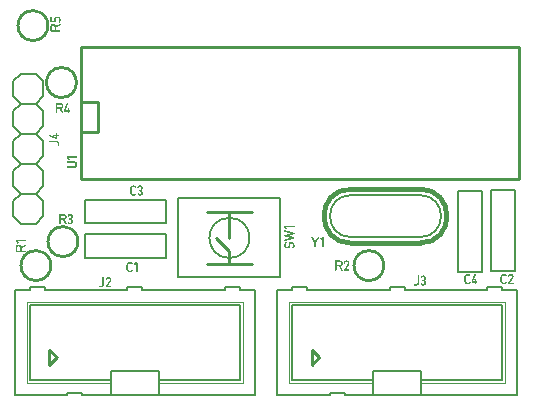
<source format=gto>
G04*
G04 #@! TF.GenerationSoftware,Altium Limited,Altium Designer,20.1.10 (176)*
G04*
G04 Layer_Color=15790320*
%FSLAX44Y44*%
%MOMM*%
G71*
G04*
G04 #@! TF.SameCoordinates,30E8163A-5FEC-489A-BF41-53759A6F2127*
G04*
G04*
G04 #@! TF.FilePolarity,Positive*
G04*
G01*
G75*
%ADD10C,0.2500*%
%ADD11C,0.2000*%
%ADD12C,0.1270*%
%ADD13C,0.4064*%
%ADD14C,0.2540*%
%ADD15C,0.0508*%
G36*
X23428Y320021D02*
X23525D01*
X23635Y320007D01*
X23913Y319952D01*
X24218Y319868D01*
X24537Y319757D01*
X24856Y319591D01*
X25008Y319480D01*
X25161Y319369D01*
X25175Y319355D01*
X25203Y319341D01*
X25244Y319286D01*
X25286Y319230D01*
X25355Y319147D01*
X25425Y319064D01*
X25508Y318953D01*
X25577Y318828D01*
X25660Y318676D01*
X25744Y318523D01*
X25813Y318343D01*
X25868Y318149D01*
X25924Y317941D01*
X25965Y317719D01*
X25993Y317483D01*
X26007Y317233D01*
Y317122D01*
X25993Y317039D01*
Y316942D01*
X25979Y316831D01*
X25938Y316554D01*
X25882Y316249D01*
X25799Y315930D01*
X25674Y315611D01*
X25508Y315319D01*
X25494Y315306D01*
X25466Y315264D01*
X25411Y315222D01*
X25341Y315167D01*
X25258Y315098D01*
X25161Y315056D01*
X25064Y315014D01*
X24939Y315001D01*
X24925D01*
X24898D01*
X24856Y315014D01*
X24787Y315028D01*
X24648Y315070D01*
X24565Y315112D01*
X24495Y315167D01*
X24481Y315181D01*
X24468Y315195D01*
X24426Y315236D01*
X24384Y315292D01*
X24315Y315431D01*
X24301Y315514D01*
X24287Y315611D01*
Y315652D01*
X24301Y315736D01*
X24343Y315860D01*
X24412Y315985D01*
Y315999D01*
X24426Y316013D01*
X24481Y316082D01*
X24537Y316207D01*
X24620Y316360D01*
X24690Y316554D01*
X24759Y316762D01*
X24814Y316998D01*
X24828Y317233D01*
Y317303D01*
X24814Y317358D01*
X24801Y317497D01*
X24773Y317649D01*
X24717Y317844D01*
X24634Y318024D01*
X24509Y318204D01*
X24357Y318357D01*
X24343Y318371D01*
X24274Y318412D01*
X24190Y318468D01*
X24065Y318523D01*
X23899Y318579D01*
X23705Y318634D01*
X23483Y318676D01*
X23233Y318690D01*
X23219D01*
X23164D01*
X23095Y318676D01*
X22998D01*
X22873Y318648D01*
X22748Y318620D01*
X22609Y318579D01*
X22471Y318537D01*
X22332Y318468D01*
X22193Y318384D01*
X22055Y318274D01*
X21944Y318163D01*
X21846Y318010D01*
X21777Y317844D01*
X21722Y317649D01*
X21708Y317428D01*
Y317344D01*
X21722Y317247D01*
X21749Y317122D01*
X21777Y316984D01*
X21833Y316831D01*
X21916Y316665D01*
X22013Y316512D01*
X22027Y316485D01*
X22068Y316429D01*
X22138Y316332D01*
X22207Y316221D01*
X22276Y316110D01*
X22346Y315999D01*
X22387Y315916D01*
X22401Y315860D01*
Y315819D01*
X22387Y315763D01*
X22373Y315694D01*
X22318Y315541D01*
X22276Y315472D01*
X22207Y315403D01*
X22193Y315389D01*
X22166Y315375D01*
X22124Y315347D01*
X22068Y315306D01*
X21916Y315250D01*
X21833Y315222D01*
X21722D01*
X17908Y315347D01*
X17894D01*
X17866D01*
X17811Y315361D01*
X17742Y315375D01*
X17603Y315444D01*
X17520Y315486D01*
X17450Y315555D01*
X17436Y315569D01*
X17422Y315583D01*
X17395Y315625D01*
X17353Y315680D01*
X17298Y315819D01*
X17284Y315902D01*
X17270Y315999D01*
Y319022D01*
X17284Y319078D01*
X17298Y319133D01*
X17353Y319286D01*
X17395Y319355D01*
X17464Y319425D01*
X17478Y319438D01*
X17492Y319452D01*
X17533Y319480D01*
X17589Y319522D01*
X17728Y319591D01*
X17811Y319605D01*
X17908Y319619D01*
X17922D01*
X17950D01*
X18005Y319605D01*
X18060Y319591D01*
X18213Y319536D01*
X18296Y319494D01*
X18365Y319425D01*
X18379Y319411D01*
X18393Y319397D01*
X18421Y319355D01*
X18463Y319300D01*
X18532Y319161D01*
X18546Y319078D01*
X18560Y318981D01*
Y316568D01*
X20806Y316485D01*
X20793Y316498D01*
X20765Y316568D01*
X20723Y316651D01*
X20668Y316776D01*
X20626Y316928D01*
X20584Y317109D01*
X20557Y317303D01*
X20543Y317525D01*
Y317636D01*
X20557Y317719D01*
X20571Y317816D01*
X20584Y317927D01*
X20626Y318190D01*
X20709Y318482D01*
X20834Y318787D01*
X20917Y318939D01*
X21014Y319092D01*
X21125Y319230D01*
X21250Y319355D01*
X21264Y319369D01*
X21278Y319383D01*
X21319Y319425D01*
X21375Y319466D01*
X21458Y319508D01*
X21541Y319577D01*
X21639Y319633D01*
X21763Y319702D01*
X21902Y319757D01*
X22041Y319827D01*
X22207Y319882D01*
X22387Y319924D01*
X22582Y319979D01*
X22776Y320007D01*
X22998Y320021D01*
X23233Y320035D01*
X23247D01*
X23289D01*
X23344D01*
X23428Y320021D01*
D02*
G37*
G36*
X19947Y313822D02*
X20071Y313808D01*
X20224Y313780D01*
X20390Y313738D01*
X20571Y313683D01*
X20765Y313614D01*
X20959Y313517D01*
X21153Y313406D01*
X21347Y313281D01*
X21541Y313114D01*
X21708Y312920D01*
X21874Y312698D01*
X21999Y312435D01*
X22110Y312144D01*
X22124Y312157D01*
X22179Y312185D01*
X22263Y312241D01*
X22373Y312310D01*
X22512Y312379D01*
X22679Y312477D01*
X22859Y312588D01*
X23053Y312698D01*
X23275Y312823D01*
X23497Y312948D01*
X23982Y313211D01*
X24468Y313475D01*
X24967Y313711D01*
X24981Y313725D01*
X25036Y313738D01*
X25106Y313752D01*
X25203Y313780D01*
X25314Y313794D01*
X25425Y313780D01*
X25563Y313752D01*
X25688Y313697D01*
X25702Y313683D01*
X25730Y313655D01*
X25757Y313614D01*
X25799Y313558D01*
X25841Y313475D01*
X25882Y313392D01*
X25910Y313281D01*
Y313114D01*
X25882Y313045D01*
X25854Y312962D01*
X25813Y312865D01*
X25744Y312768D01*
X25647Y312671D01*
X25522Y312588D01*
X25508Y312574D01*
X25452Y312546D01*
X25383Y312504D01*
X25272Y312449D01*
X25147Y312379D01*
X24981Y312296D01*
X24801Y312185D01*
X24606Y312074D01*
X24371Y311950D01*
X24135Y311825D01*
X23871Y311672D01*
X23594Y311520D01*
X23303Y311367D01*
X22998Y311201D01*
X22360Y310840D01*
Y308704D01*
X25258D01*
X25272D01*
X25300D01*
X25355Y308690D01*
X25425Y308677D01*
X25577Y308621D01*
X25647Y308580D01*
X25730Y308510D01*
X25744Y308496D01*
X25757Y308482D01*
X25785Y308427D01*
X25813Y308372D01*
X25882Y308219D01*
X25896Y308136D01*
X25910Y308025D01*
Y307983D01*
X25896Y307928D01*
X25882Y307872D01*
X25827Y307720D01*
X25785Y307636D01*
X25730Y307553D01*
X25716Y307539D01*
X25688Y307526D01*
X25647Y307484D01*
X25591Y307456D01*
X25452Y307373D01*
X25355Y307359D01*
X25258Y307345D01*
X17852D01*
X17838D01*
X17811D01*
X17755Y307359D01*
X17686Y307373D01*
X17617Y307401D01*
X17533Y307428D01*
X17450Y307484D01*
X17381Y307553D01*
X17367Y307567D01*
X17353Y307595D01*
X17312Y307636D01*
X17270Y307692D01*
X17201Y307845D01*
X17187Y307928D01*
X17173Y308025D01*
Y311076D01*
X17187Y311159D01*
Y311284D01*
X17201Y311409D01*
X17228Y311561D01*
X17242Y311728D01*
X17312Y312074D01*
X17422Y312435D01*
X17575Y312782D01*
X17658Y312948D01*
X17769Y313101D01*
Y313114D01*
X17797Y313128D01*
X17838Y313170D01*
X17880Y313211D01*
X17950Y313267D01*
X18019Y313323D01*
X18116Y313392D01*
X18227Y313461D01*
X18352Y313531D01*
X18490Y313586D01*
X18643Y313655D01*
X18809Y313711D01*
X19003Y313752D01*
X19198Y313794D01*
X19419Y313822D01*
X19655Y313836D01*
X19780D01*
X19794D01*
X19863D01*
X19947Y313822D01*
D02*
G37*
G36*
X32114Y246897D02*
X32211Y246869D01*
X32225D01*
X32253Y246842D01*
X32295Y246814D01*
X32350Y246772D01*
X32406Y246717D01*
X32461Y246647D01*
X32517Y246564D01*
X32558Y246467D01*
Y246453D01*
X32572Y246425D01*
X32586Y246370D01*
X32600Y246287D01*
Y246106D01*
X32586Y246009D01*
X32558Y245898D01*
X30589Y240906D01*
X31851Y240920D01*
Y242320D01*
Y242334D01*
Y242376D01*
X31865Y242417D01*
X31879Y242487D01*
X31934Y242653D01*
X31976Y242736D01*
X32045Y242820D01*
X32059Y242833D01*
X32087Y242847D01*
X32114Y242875D01*
X32170Y242917D01*
X32322Y242986D01*
X32406Y243000D01*
X32503Y243014D01*
X32530D01*
X32586Y242986D01*
X32627Y242958D01*
X32683Y242931D01*
X32738Y242875D01*
X32808Y242806D01*
X32822Y242792D01*
X32836Y242778D01*
X32863Y242723D01*
X32905Y242667D01*
X32947Y242598D01*
X32974Y242514D01*
X32988Y242417D01*
X33002Y242306D01*
Y240906D01*
X33501D01*
X33557Y240892D01*
X33612Y240878D01*
X33681Y240850D01*
X33765Y240823D01*
X33834Y240767D01*
X33903Y240698D01*
X33917Y240684D01*
X33931Y240670D01*
X33959Y240628D01*
X34000Y240573D01*
X34056Y240420D01*
X34070Y240323D01*
X34084Y240226D01*
Y240212D01*
Y240185D01*
X34070Y240129D01*
X34056Y240060D01*
X34014Y239907D01*
X33959Y239824D01*
X33903Y239755D01*
X33890Y239741D01*
X33876Y239727D01*
X33834Y239685D01*
X33779Y239658D01*
X33640Y239574D01*
X33557Y239561D01*
X33460Y239547D01*
X33002D01*
Y238923D01*
Y238909D01*
Y238867D01*
X32988Y238812D01*
X32974Y238742D01*
X32919Y238576D01*
X32877Y238493D01*
X32808Y238410D01*
X32794Y238396D01*
X32780Y238382D01*
X32697Y238312D01*
X32600Y238243D01*
X32544Y238215D01*
X32461D01*
X32406Y238229D01*
X32350Y238243D01*
X32281Y238271D01*
X32198Y238298D01*
X32114Y238354D01*
X32045Y238423D01*
X32031Y238437D01*
X32017Y238465D01*
X31990Y238507D01*
X31948Y238576D01*
X31879Y238729D01*
X31865Y238825D01*
X31851Y238937D01*
Y239561D01*
X29535Y239547D01*
X29493D01*
X29452Y239561D01*
X29382Y239574D01*
X29244Y239630D01*
X29174Y239671D01*
X29105Y239741D01*
X29091Y239755D01*
X29077Y239769D01*
X29049Y239810D01*
X29022Y239866D01*
X28980Y239935D01*
X28952Y240018D01*
X28939Y240115D01*
X28925Y240226D01*
Y240254D01*
X28952Y240323D01*
X29008Y240434D01*
X29049Y240504D01*
X29119Y240573D01*
X31435Y246481D01*
Y246495D01*
Y246523D01*
X31449Y246578D01*
X31476Y246633D01*
X31504Y246703D01*
X31546Y246772D01*
X31615Y246828D01*
X31698Y246869D01*
X31712D01*
X31740Y246883D01*
X31795Y246897D01*
X31851Y246911D01*
X32017D01*
X32114Y246897D01*
D02*
G37*
G36*
X25610Y246925D02*
X25735D01*
X25860Y246911D01*
X26012Y246883D01*
X26179Y246869D01*
X26525Y246800D01*
X26886Y246689D01*
X27233Y246536D01*
X27399Y246453D01*
X27552Y246342D01*
X27566D01*
X27579Y246315D01*
X27621Y246273D01*
X27663Y246231D01*
X27718Y246162D01*
X27774Y246093D01*
X27843Y245996D01*
X27912Y245884D01*
X27982Y245760D01*
X28037Y245621D01*
X28106Y245469D01*
X28162Y245302D01*
X28203Y245108D01*
X28245Y244914D01*
X28273Y244692D01*
X28287Y244456D01*
Y244331D01*
Y244317D01*
Y244248D01*
X28273Y244165D01*
X28259Y244040D01*
X28231Y243888D01*
X28190Y243721D01*
X28134Y243541D01*
X28065Y243347D01*
X27968Y243153D01*
X27857Y242958D01*
X27732Y242764D01*
X27566Y242570D01*
X27371Y242404D01*
X27150Y242237D01*
X26886Y242112D01*
X26595Y242001D01*
X26609Y241987D01*
X26636Y241932D01*
X26692Y241849D01*
X26761Y241738D01*
X26830Y241599D01*
X26928Y241433D01*
X27039Y241252D01*
X27150Y241058D01*
X27274Y240836D01*
X27399Y240615D01*
X27663Y240129D01*
X27926Y239644D01*
X28162Y239144D01*
X28176Y239131D01*
X28190Y239075D01*
X28203Y239006D01*
X28231Y238909D01*
X28245Y238798D01*
X28231Y238687D01*
X28203Y238548D01*
X28148Y238423D01*
X28134Y238410D01*
X28106Y238382D01*
X28065Y238354D01*
X28009Y238312D01*
X27926Y238271D01*
X27843Y238229D01*
X27732Y238202D01*
X27566D01*
X27496Y238229D01*
X27413Y238257D01*
X27316Y238298D01*
X27219Y238368D01*
X27122Y238465D01*
X27039Y238590D01*
X27025Y238604D01*
X26997Y238659D01*
X26955Y238729D01*
X26900Y238839D01*
X26830Y238964D01*
X26747Y239131D01*
X26636Y239311D01*
X26525Y239505D01*
X26401Y239741D01*
X26276Y239977D01*
X26123Y240240D01*
X25971Y240518D01*
X25818Y240809D01*
X25652Y241114D01*
X25291Y241752D01*
X23155D01*
Y238853D01*
Y238839D01*
Y238812D01*
X23142Y238756D01*
X23128Y238687D01*
X23072Y238534D01*
X23031Y238465D01*
X22961Y238382D01*
X22947Y238368D01*
X22933Y238354D01*
X22878Y238326D01*
X22823Y238298D01*
X22670Y238229D01*
X22587Y238215D01*
X22476Y238202D01*
X22434D01*
X22379Y238215D01*
X22323Y238229D01*
X22171Y238285D01*
X22088Y238326D01*
X22004Y238382D01*
X21990Y238396D01*
X21977Y238423D01*
X21935Y238465D01*
X21907Y238520D01*
X21824Y238659D01*
X21810Y238756D01*
X21796Y238853D01*
Y246259D01*
Y246273D01*
Y246301D01*
X21810Y246356D01*
X21824Y246425D01*
X21852Y246495D01*
X21879Y246578D01*
X21935Y246661D01*
X22004Y246730D01*
X22018Y246744D01*
X22046Y246758D01*
X22088Y246800D01*
X22143Y246842D01*
X22296Y246911D01*
X22379Y246925D01*
X22476Y246938D01*
X25527D01*
X25610Y246925D01*
D02*
G37*
G36*
X268289Y113625D02*
X268400Y113611D01*
X268664Y113583D01*
X268955Y113514D01*
X269260Y113403D01*
X269551Y113250D01*
X269690Y113167D01*
X269829Y113056D01*
X269842Y113042D01*
X269870Y113014D01*
X269926Y112959D01*
X269981Y112876D01*
X270064Y112779D01*
X270134Y112668D01*
X270217Y112529D01*
X270300Y112376D01*
X270369Y112210D01*
X270425Y112016D01*
X270467Y111808D01*
X270494Y111586D01*
Y111336D01*
X270480Y111087D01*
X270425Y110823D01*
X270342Y110532D01*
Y110518D01*
X270328Y110504D01*
X270314Y110463D01*
X270273Y110407D01*
X270245Y110324D01*
X270189Y110227D01*
X270120Y110116D01*
X270051Y109991D01*
X269953Y109839D01*
X269856Y109672D01*
X269732Y109478D01*
X269593Y109256D01*
X269440Y109034D01*
X269274Y108771D01*
X269080Y108493D01*
X268872Y108188D01*
Y108174D01*
X268844Y108147D01*
X268816Y108105D01*
X268775Y108050D01*
X268733Y107966D01*
X268664Y107869D01*
X268594Y107758D01*
X268511Y107620D01*
X268414Y107481D01*
X268303Y107328D01*
X268178Y107148D01*
X268053Y106968D01*
X267762Y106552D01*
X267429Y106094D01*
X268983Y106080D01*
X269912D01*
X270037Y106066D01*
X270161Y106025D01*
X270300Y105969D01*
X270397Y105872D01*
X270480Y105734D01*
X270494Y105637D01*
Y105539D01*
Y105512D01*
X270480Y105456D01*
X270453Y105359D01*
X270397Y105248D01*
X270328Y105137D01*
X270203Y105040D01*
X270051Y104957D01*
X269953Y104929D01*
X269842Y104915D01*
X266112D01*
X266070Y104929D01*
X266015Y104957D01*
X265959Y104999D01*
X265890Y105054D01*
X265835Y105137D01*
X265779Y105234D01*
X265751Y105359D01*
Y105373D01*
X265737Y105428D01*
Y105526D01*
X265751Y105650D01*
X265793Y105803D01*
X265876Y105997D01*
X265932Y106094D01*
X266001Y106205D01*
X266084Y106330D01*
X266181Y106455D01*
X266195Y106469D01*
X266209Y106496D01*
X266251Y106552D01*
X266306Y106621D01*
X266362Y106704D01*
X266431Y106801D01*
X266597Y107023D01*
X266778Y107301D01*
X266986Y107578D01*
X267180Y107883D01*
X267374Y108174D01*
X267388Y108188D01*
X267402Y108216D01*
X267429Y108258D01*
X267471Y108327D01*
X267526Y108410D01*
X267582Y108493D01*
X267721Y108701D01*
X267873Y108937D01*
X268040Y109187D01*
X268192Y109423D01*
X268345Y109644D01*
X268359Y109658D01*
X268372Y109686D01*
X268414Y109741D01*
X268470Y109811D01*
X268525Y109908D01*
X268594Y110005D01*
X268747Y110227D01*
X268899Y110463D01*
X269052Y110712D01*
X269177Y110934D01*
X269219Y111031D01*
X269260Y111115D01*
Y111128D01*
Y111142D01*
X269274Y111212D01*
X269288Y111322D01*
Y111475D01*
X269260Y111628D01*
X269205Y111808D01*
X269107Y111988D01*
X269052Y112085D01*
X268969Y112169D01*
X268955Y112182D01*
X268886Y112224D01*
X268789Y112293D01*
X268664Y112349D01*
X268483Y112404D01*
X268289Y112460D01*
X268067Y112474D01*
X267804Y112460D01*
X267776D01*
X267693Y112446D01*
X267582Y112390D01*
X267443Y112307D01*
X267360Y112252D01*
X267277Y112182D01*
X267208Y112085D01*
X267124Y111974D01*
X267055Y111849D01*
X266986Y111711D01*
X266916Y111544D01*
X266861Y111350D01*
X266847Y111336D01*
X266819Y111281D01*
X266778Y111212D01*
X266708Y111142D01*
X266611Y111059D01*
X266500Y111004D01*
X266375Y110962D01*
X266223Y110948D01*
X266195Y110962D01*
X266140Y110976D01*
X266070Y111017D01*
X265973Y111073D01*
X265876Y111142D01*
X265793Y111239D01*
X265737Y111350D01*
X265710Y111489D01*
Y111503D01*
Y111544D01*
Y111614D01*
Y111711D01*
X265724Y111822D01*
X265751Y111947D01*
X265779Y112085D01*
X265835Y112238D01*
X265848Y112252D01*
X265862Y112307D01*
X265904Y112390D01*
X265973Y112501D01*
X266056Y112626D01*
X266167Y112765D01*
X266306Y112931D01*
X266486Y113084D01*
X266514Y113112D01*
X266597Y113167D01*
X266722Y113250D01*
X266889Y113347D01*
X267111Y113444D01*
X267374Y113541D01*
X267665Y113597D01*
X267998Y113639D01*
X268192D01*
X268289Y113625D01*
D02*
G37*
G36*
X262159D02*
X262284D01*
X262409Y113611D01*
X262562Y113583D01*
X262728Y113569D01*
X263075Y113500D01*
X263435Y113389D01*
X263782Y113236D01*
X263948Y113153D01*
X264101Y113042D01*
X264115D01*
X264129Y113014D01*
X264170Y112973D01*
X264212Y112931D01*
X264267Y112862D01*
X264323Y112793D01*
X264392Y112696D01*
X264462Y112585D01*
X264531Y112460D01*
X264586Y112321D01*
X264656Y112169D01*
X264711Y112002D01*
X264753Y111808D01*
X264794Y111614D01*
X264822Y111392D01*
X264836Y111156D01*
Y111031D01*
Y111017D01*
Y110948D01*
X264822Y110865D01*
X264808Y110740D01*
X264781Y110588D01*
X264739Y110421D01*
X264683Y110241D01*
X264614Y110047D01*
X264517Y109853D01*
X264406Y109658D01*
X264281Y109464D01*
X264115Y109270D01*
X263921Y109104D01*
X263699Y108937D01*
X263435Y108812D01*
X263144Y108701D01*
X263158Y108687D01*
X263186Y108632D01*
X263241Y108549D01*
X263311Y108438D01*
X263380Y108299D01*
X263477Y108133D01*
X263588Y107952D01*
X263699Y107758D01*
X263824Y107536D01*
X263948Y107315D01*
X264212Y106829D01*
X264475Y106344D01*
X264711Y105844D01*
X264725Y105831D01*
X264739Y105775D01*
X264753Y105706D01*
X264781Y105609D01*
X264794Y105498D01*
X264781Y105387D01*
X264753Y105248D01*
X264697Y105123D01*
X264683Y105110D01*
X264656Y105082D01*
X264614Y105054D01*
X264559Y105012D01*
X264475Y104971D01*
X264392Y104929D01*
X264281Y104902D01*
X264115D01*
X264046Y104929D01*
X263962Y104957D01*
X263865Y104999D01*
X263768Y105068D01*
X263671Y105165D01*
X263588Y105290D01*
X263574Y105304D01*
X263546Y105359D01*
X263505Y105428D01*
X263449Y105539D01*
X263380Y105664D01*
X263297Y105831D01*
X263186Y106011D01*
X263075Y106205D01*
X262950Y106441D01*
X262825Y106677D01*
X262673Y106940D01*
X262520Y107218D01*
X262367Y107509D01*
X262201Y107814D01*
X261840Y108452D01*
X259705D01*
Y105553D01*
Y105539D01*
Y105512D01*
X259691Y105456D01*
X259677Y105387D01*
X259622Y105234D01*
X259580Y105165D01*
X259511Y105082D01*
X259497Y105068D01*
X259483Y105054D01*
X259427Y105026D01*
X259372Y104999D01*
X259219Y104929D01*
X259136Y104915D01*
X259025Y104902D01*
X258984D01*
X258928Y104915D01*
X258873Y104929D01*
X258720Y104985D01*
X258637Y105026D01*
X258554Y105082D01*
X258540Y105096D01*
X258526Y105123D01*
X258484Y105165D01*
X258457Y105220D01*
X258373Y105359D01*
X258360Y105456D01*
X258346Y105553D01*
Y112959D01*
Y112973D01*
Y113001D01*
X258360Y113056D01*
X258373Y113125D01*
X258401Y113195D01*
X258429Y113278D01*
X258484Y113361D01*
X258554Y113431D01*
X258568Y113444D01*
X258595Y113458D01*
X258637Y113500D01*
X258692Y113541D01*
X258845Y113611D01*
X258928Y113625D01*
X259025Y113639D01*
X262076D01*
X262159Y113625D01*
D02*
G37*
G36*
X34308Y152945D02*
X34391Y152931D01*
X34488Y152917D01*
X34738Y152861D01*
X35001Y152778D01*
X35292Y152640D01*
X35431Y152556D01*
X35570Y152445D01*
X35708Y152334D01*
X35833Y152196D01*
X35847Y152168D01*
X35903Y152085D01*
X35972Y151946D01*
X36055Y151766D01*
X36138Y151544D01*
X36208Y151294D01*
X36263Y150989D01*
X36277Y150670D01*
Y150656D01*
Y150601D01*
Y150518D01*
X36263Y150421D01*
X36249Y150296D01*
X36221Y150157D01*
X36180Y149991D01*
X36138Y149824D01*
X36083Y149658D01*
X36000Y149478D01*
X35903Y149311D01*
X35792Y149145D01*
X35653Y148992D01*
X35487Y148840D01*
X35292Y148715D01*
X35084Y148604D01*
X35098D01*
X35140Y148576D01*
X35209Y148548D01*
X35306Y148507D01*
X35403Y148451D01*
X35528Y148382D01*
X35653Y148285D01*
X35778Y148188D01*
X35903Y148063D01*
X36027Y147924D01*
X36138Y147758D01*
X36249Y147591D01*
X36332Y147383D01*
X36388Y147162D01*
X36430Y146926D01*
X36443Y146662D01*
Y146648D01*
Y146621D01*
Y146565D01*
Y146482D01*
X36430Y146399D01*
X36416Y146302D01*
X36374Y146052D01*
X36305Y145789D01*
X36194Y145511D01*
X36027Y145234D01*
X35930Y145109D01*
X35819Y144984D01*
X35805Y144970D01*
X35792Y144957D01*
X35750Y144915D01*
X35681Y144873D01*
X35611Y144818D01*
X35528Y144748D01*
X35417Y144679D01*
X35306Y144610D01*
X35043Y144471D01*
X34724Y144346D01*
X34363Y144263D01*
X34169Y144249D01*
X33961Y144235D01*
X33919D01*
X33864Y144249D01*
X33781Y144263D01*
X33698Y144277D01*
X33586Y144305D01*
X33337Y144360D01*
X33073Y144471D01*
X32782Y144610D01*
X32643Y144707D01*
X32505Y144818D01*
X32380Y144929D01*
X32255Y145067D01*
X32241Y145081D01*
X32213Y145123D01*
X32172Y145192D01*
X32116Y145275D01*
X32061Y145386D01*
X32006Y145497D01*
X31964Y145636D01*
X31936Y145775D01*
Y145789D01*
Y145816D01*
X31950Y145872D01*
X31964Y145927D01*
X32019Y146080D01*
X32061Y146149D01*
X32116Y146205D01*
X32130Y146219D01*
X32144Y146232D01*
X32227Y146288D01*
X32352Y146343D01*
X32435Y146371D01*
X32588D01*
X32671Y146357D01*
X32768Y146329D01*
X32879Y146288D01*
X32976Y146219D01*
X33073Y146121D01*
X33143Y145997D01*
X33157Y145969D01*
X33212Y145899D01*
X33295Y145802D01*
X33392Y145691D01*
X33531Y145581D01*
X33684Y145484D01*
X33864Y145428D01*
X33961Y145400D01*
X34127D01*
X34211Y145414D01*
X34308Y145442D01*
X34419Y145470D01*
X34543Y145525D01*
X34654Y145594D01*
X34779Y145691D01*
X34793Y145719D01*
X34848Y145775D01*
X34918Y145886D01*
X35001Y146024D01*
X35070Y146191D01*
X35126Y146385D01*
X35140Y146607D01*
X35126Y146732D01*
X35112Y146856D01*
Y146870D01*
X35098Y146912D01*
X35070Y146953D01*
X35029Y147037D01*
X34932Y147203D01*
X34807Y147411D01*
X34627Y147605D01*
X34516Y147702D01*
X34405Y147786D01*
X34294Y147841D01*
X34155Y147897D01*
X34016Y147924D01*
X33836D01*
X33767Y147938D01*
X33684Y147966D01*
X33573Y148021D01*
X33476Y148105D01*
X33379Y148216D01*
X33323Y148354D01*
X33295Y148451D01*
Y148548D01*
Y148562D01*
Y148576D01*
Y148659D01*
X33309Y148784D01*
X33337Y148923D01*
X33420Y149061D01*
X33476Y149131D01*
X33531Y149186D01*
X33614Y149242D01*
X33711Y149297D01*
X33822Y149325D01*
X33961Y149353D01*
X34003D01*
X34058Y149367D01*
X34127Y149381D01*
X34294Y149422D01*
X34391Y149464D01*
X34488Y149519D01*
X34585Y149588D01*
X34668Y149686D01*
X34765Y149783D01*
X34835Y149921D01*
X34904Y150060D01*
X34959Y150240D01*
X34987Y150435D01*
X35001Y150670D01*
Y150684D01*
Y150712D01*
Y150753D01*
Y150809D01*
X34973Y150962D01*
X34932Y151156D01*
X34848Y151350D01*
X34724Y151530D01*
X34641Y151613D01*
X34557Y151697D01*
X34446Y151752D01*
X34321Y151807D01*
X34280D01*
X34238Y151821D01*
X34183D01*
X34030Y151807D01*
X33836Y151780D01*
X33628Y151710D01*
X33531Y151669D01*
X33420Y151599D01*
X33323Y151516D01*
X33226Y151419D01*
X33143Y151294D01*
X33059Y151156D01*
X33046Y151128D01*
X33018Y151072D01*
X32949Y150989D01*
X32865Y150892D01*
X32754Y150809D01*
X32616Y150753D01*
X32435Y150726D01*
X32338D01*
X32241Y150753D01*
X32227Y150767D01*
X32172Y150781D01*
X32103Y150837D01*
X32019Y150906D01*
X31936Y151003D01*
X31881Y151128D01*
X31853Y151294D01*
Y151489D01*
Y151502D01*
X31867Y151544D01*
X31895Y151599D01*
X31922Y151683D01*
X31964Y151780D01*
X32033Y151891D01*
X32103Y152002D01*
X32200Y152126D01*
X32213Y152140D01*
X32227Y152168D01*
X32255Y152210D01*
X32311Y152265D01*
X32380Y152334D01*
X32449Y152404D01*
X32546Y152487D01*
X32657Y152570D01*
X32782Y152640D01*
X32921Y152723D01*
X33073Y152792D01*
X33254Y152848D01*
X33448Y152903D01*
X33656Y152945D01*
X33878Y152958D01*
X34225D01*
X34308Y152945D01*
D02*
G37*
G36*
X28330D02*
X28455D01*
X28580Y152931D01*
X28733Y152903D01*
X28899Y152889D01*
X29246Y152820D01*
X29606Y152709D01*
X29953Y152556D01*
X30119Y152473D01*
X30272Y152362D01*
X30286D01*
X30300Y152334D01*
X30341Y152293D01*
X30383Y152251D01*
X30438Y152182D01*
X30494Y152113D01*
X30563Y152015D01*
X30633Y151904D01*
X30702Y151780D01*
X30757Y151641D01*
X30827Y151489D01*
X30882Y151322D01*
X30924Y151128D01*
X30965Y150934D01*
X30993Y150712D01*
X31007Y150476D01*
Y150351D01*
Y150337D01*
Y150268D01*
X30993Y150185D01*
X30979Y150060D01*
X30951Y149908D01*
X30910Y149741D01*
X30854Y149561D01*
X30785Y149367D01*
X30688Y149172D01*
X30577Y148978D01*
X30452Y148784D01*
X30286Y148590D01*
X30092Y148424D01*
X29870Y148257D01*
X29606Y148132D01*
X29315Y148021D01*
X29329Y148007D01*
X29357Y147952D01*
X29412Y147869D01*
X29481Y147758D01*
X29551Y147619D01*
X29648Y147453D01*
X29759Y147273D01*
X29870Y147078D01*
X29995Y146856D01*
X30119Y146635D01*
X30383Y146149D01*
X30646Y145664D01*
X30882Y145164D01*
X30896Y145151D01*
X30910Y145095D01*
X30924Y145026D01*
X30951Y144929D01*
X30965Y144818D01*
X30951Y144707D01*
X30924Y144568D01*
X30868Y144443D01*
X30854Y144430D01*
X30827Y144402D01*
X30785Y144374D01*
X30730Y144332D01*
X30646Y144291D01*
X30563Y144249D01*
X30452Y144221D01*
X30286D01*
X30217Y144249D01*
X30133Y144277D01*
X30036Y144319D01*
X29939Y144388D01*
X29842Y144485D01*
X29759Y144610D01*
X29745Y144624D01*
X29717Y144679D01*
X29676Y144748D01*
X29620Y144859D01*
X29551Y144984D01*
X29468Y145151D01*
X29357Y145331D01*
X29246Y145525D01*
X29121Y145761D01*
X28996Y145997D01*
X28844Y146260D01*
X28691Y146538D01*
X28538Y146829D01*
X28372Y147134D01*
X28011Y147772D01*
X25876D01*
Y144873D01*
Y144859D01*
Y144832D01*
X25862Y144776D01*
X25848Y144707D01*
X25793Y144554D01*
X25751Y144485D01*
X25682Y144402D01*
X25668Y144388D01*
X25654Y144374D01*
X25598Y144346D01*
X25543Y144319D01*
X25390Y144249D01*
X25307Y144235D01*
X25196Y144221D01*
X25155D01*
X25099Y144235D01*
X25044Y144249D01*
X24891Y144305D01*
X24808Y144346D01*
X24725Y144402D01*
X24711Y144416D01*
X24697Y144443D01*
X24655Y144485D01*
X24627Y144540D01*
X24544Y144679D01*
X24530Y144776D01*
X24517Y144873D01*
Y152279D01*
Y152293D01*
Y152321D01*
X24530Y152376D01*
X24544Y152445D01*
X24572Y152515D01*
X24600Y152598D01*
X24655Y152681D01*
X24725Y152751D01*
X24739Y152764D01*
X24766Y152778D01*
X24808Y152820D01*
X24863Y152861D01*
X25016Y152931D01*
X25099Y152945D01*
X25196Y152958D01*
X28247D01*
X28330Y152945D01*
D02*
G37*
G36*
X248319Y133745D02*
X248374Y133731D01*
X248526Y133675D01*
X248610Y133634D01*
X248693Y133564D01*
X248707Y133551D01*
X248721Y133523D01*
X248748Y133481D01*
X248790Y133426D01*
X248859Y133273D01*
X248873Y133190D01*
X248887Y133093D01*
Y125632D01*
Y125618D01*
Y125590D01*
Y125548D01*
X248873Y125493D01*
X248832Y125354D01*
X248748Y125216D01*
X248734Y125202D01*
X248721Y125188D01*
X248679Y125160D01*
X248624Y125119D01*
X248554Y125077D01*
X248457Y125049D01*
X248360Y125035D01*
X248235Y125021D01*
X248166D01*
X248097Y125035D01*
X248013Y125049D01*
X247819Y125105D01*
X247736Y125146D01*
X247667Y125216D01*
X247653Y125243D01*
X247611Y125313D01*
X247570Y125437D01*
X247542Y125604D01*
Y131928D01*
X246640Y131373D01*
X246626D01*
X246599Y131345D01*
X246557Y131332D01*
X246502Y131304D01*
X246349Y131262D01*
X246266D01*
X246169Y131276D01*
X246155D01*
X246127Y131290D01*
X246072Y131304D01*
X246016Y131332D01*
X245961Y131359D01*
X245891Y131415D01*
X245822Y131470D01*
X245767Y131553D01*
Y131567D01*
X245739Y131595D01*
X245725Y131637D01*
X245697Y131692D01*
X245656Y131845D01*
Y131942D01*
X245670Y132039D01*
Y132053D01*
X245683Y132080D01*
X245697Y132122D01*
X245725Y132177D01*
X245753Y132247D01*
X245808Y132316D01*
X245864Y132386D01*
X245947Y132441D01*
X247819Y133634D01*
X247833D01*
X247847Y133648D01*
X247930Y133703D01*
X248055Y133745D01*
X248221Y133758D01*
X248263D01*
X248319Y133745D01*
D02*
G37*
G36*
X238777D02*
X238860Y133717D01*
X238971Y133661D01*
X239068Y133592D01*
X239165Y133495D01*
X239249Y133370D01*
X239262Y133356D01*
X239290Y133301D01*
X239346Y133231D01*
X239429Y133121D01*
X239526Y132996D01*
X239637Y132829D01*
X239776Y132649D01*
X239914Y132455D01*
X240081Y132233D01*
X240247Y131983D01*
X240441Y131734D01*
X240635Y131456D01*
X241051Y130874D01*
X241509Y130250D01*
X241523Y130278D01*
X241565Y130333D01*
X241620Y130430D01*
X241703Y130555D01*
X241800Y130708D01*
X241925Y130888D01*
X242064Y131096D01*
X242202Y131318D01*
X242355Y131553D01*
X242521Y131803D01*
X242868Y132344D01*
X243215Y132885D01*
X243562Y133412D01*
X243575Y133426D01*
X243603Y133467D01*
X243645Y133523D01*
X243714Y133578D01*
X243797Y133634D01*
X243895Y133689D01*
X244005Y133731D01*
X244144Y133745D01*
X244186D01*
X244241Y133731D01*
X244310Y133717D01*
X244463Y133675D01*
X244546Y133620D01*
X244616Y133564D01*
X244629Y133551D01*
X244643Y133537D01*
X244685Y133495D01*
X244727Y133440D01*
X244796Y133301D01*
X244810Y133204D01*
X244824Y133107D01*
Y133093D01*
X244810Y133037D01*
X244796Y132954D01*
X244754Y132843D01*
X244740Y132829D01*
X244713Y132774D01*
X244657Y132691D01*
X244574Y132566D01*
X244477Y132413D01*
X244366Y132233D01*
X244227Y132011D01*
X244075Y131762D01*
X243895Y131484D01*
X243700Y131179D01*
X243478Y130846D01*
X243256Y130486D01*
X243007Y130083D01*
X242729Y129667D01*
X242452Y129237D01*
X242147Y128766D01*
Y125687D01*
Y125673D01*
Y125646D01*
X242133Y125590D01*
X242119Y125521D01*
X242078Y125382D01*
X242022Y125299D01*
X241967Y125230D01*
X241953Y125216D01*
X241925Y125202D01*
X241884Y125160D01*
X241828Y125132D01*
X241675Y125049D01*
X241578Y125035D01*
X241481Y125021D01*
X241440D01*
X241384Y125035D01*
X241329Y125049D01*
X241246Y125077D01*
X241176Y125105D01*
X241093Y125160D01*
X241010Y125230D01*
X240996Y125243D01*
X240982Y125257D01*
X240954Y125299D01*
X240927Y125354D01*
X240857Y125493D01*
X240843Y125590D01*
X240830Y125687D01*
Y128766D01*
Y128780D01*
X240816Y128794D01*
X240760Y128877D01*
X240663Y129002D01*
X240552Y129168D01*
X240413Y129376D01*
X240247Y129612D01*
X240053Y129875D01*
X239859Y130167D01*
X239637Y130486D01*
X239415Y130805D01*
X238943Y131484D01*
X238472Y132177D01*
X238236Y132510D01*
X238014Y132829D01*
Y132843D01*
X238000Y132857D01*
X237987Y132926D01*
X237959Y133024D01*
X237945Y133107D01*
Y133121D01*
Y133148D01*
X237959Y133204D01*
X237973Y133273D01*
X238000Y133343D01*
X238042Y133426D01*
X238097Y133509D01*
X238167Y133578D01*
X238181Y133592D01*
X238208Y133606D01*
X238250Y133634D01*
X238305Y133675D01*
X238444Y133731D01*
X238541Y133745D01*
X238638Y133758D01*
X238708D01*
X238777Y133745D01*
D02*
G37*
G36*
X39464Y201863D02*
X39603Y201822D01*
X39741Y201739D01*
X39755Y201725D01*
X39769Y201711D01*
X39797Y201669D01*
X39838Y201614D01*
X39880Y201544D01*
X39908Y201447D01*
X39922Y201350D01*
X39935Y201225D01*
Y201156D01*
X39922Y201087D01*
X39908Y201004D01*
X39852Y200809D01*
X39811Y200726D01*
X39741Y200657D01*
X39713Y200643D01*
X39644Y200601D01*
X39519Y200560D01*
X39353Y200532D01*
X33029D01*
X33584Y199631D01*
Y199617D01*
X33611Y199589D01*
X33625Y199547D01*
X33653Y199492D01*
X33695Y199339D01*
Y199256D01*
X33681Y199159D01*
Y199145D01*
X33667Y199118D01*
X33653Y199062D01*
X33625Y199007D01*
X33598Y198951D01*
X33542Y198882D01*
X33487Y198812D01*
X33403Y198757D01*
X33389D01*
X33362Y198729D01*
X33320Y198715D01*
X33265Y198688D01*
X33112Y198646D01*
X33015D01*
X32918Y198660D01*
X32904D01*
X32876Y198674D01*
X32835Y198688D01*
X32779Y198715D01*
X32710Y198743D01*
X32641Y198799D01*
X32571Y198854D01*
X32516Y198937D01*
X31323Y200809D01*
Y200823D01*
X31309Y200837D01*
X31254Y200920D01*
X31212Y201045D01*
X31198Y201212D01*
Y201253D01*
X31212Y201309D01*
X31226Y201364D01*
X31281Y201517D01*
X31323Y201600D01*
X31393Y201683D01*
X31406Y201697D01*
X31434Y201711D01*
X31476Y201739D01*
X31531Y201780D01*
X31684Y201850D01*
X31767Y201863D01*
X31864Y201877D01*
X39325D01*
X39339D01*
X39367D01*
X39408D01*
X39464Y201863D01*
D02*
G37*
G36*
X37314Y197689D02*
X37425Y197675D01*
X37550Y197661D01*
X37689Y197647D01*
X37855Y197620D01*
X38188Y197523D01*
X38521Y197398D01*
X38701Y197315D01*
X38854Y197218D01*
X39020Y197107D01*
X39159Y196982D01*
X39173Y196968D01*
X39186Y196940D01*
X39228Y196885D01*
X39284Y196815D01*
X39339Y196732D01*
X39408Y196621D01*
X39478Y196510D01*
X39547Y196371D01*
X39616Y196205D01*
X39686Y196039D01*
X39755Y195858D01*
X39811Y195664D01*
X39908Y195234D01*
X39922Y194999D01*
X39935Y194749D01*
Y194610D01*
X39922Y194513D01*
X39908Y194388D01*
X39894Y194250D01*
X39866Y194097D01*
X39838Y193931D01*
X39741Y193570D01*
X39603Y193196D01*
X39519Y193015D01*
X39408Y192849D01*
X39297Y192682D01*
X39159Y192530D01*
X39145Y192516D01*
X39117Y192502D01*
X39076Y192461D01*
X39006Y192419D01*
X38923Y192364D01*
X38826Y192294D01*
X38701Y192239D01*
X38576Y192169D01*
X38424Y192100D01*
X38271Y192031D01*
X37911Y191920D01*
X37495Y191850D01*
X37273Y191823D01*
X37037D01*
X31892D01*
X31878D01*
X31836D01*
X31781D01*
X31711Y191837D01*
X31545Y191892D01*
X31462Y191934D01*
X31379Y191989D01*
X31365Y192003D01*
X31351Y192031D01*
X31309Y192072D01*
X31281Y192142D01*
X31240Y192225D01*
X31212Y192322D01*
X31184Y192433D01*
Y192613D01*
X31198Y192682D01*
X31212Y192766D01*
X31240Y192863D01*
X31268Y192960D01*
X31323Y193057D01*
X31393Y193140D01*
X31406Y193154D01*
X31434Y193168D01*
X31476Y193196D01*
X31531Y193237D01*
X31614Y193279D01*
X31711Y193307D01*
X31809Y193321D01*
X31933Y193334D01*
X37065D01*
X37078D01*
X37134D01*
X37203Y193348D01*
X37300Y193362D01*
X37411Y193376D01*
X37536Y193404D01*
X37661Y193445D01*
X37800Y193515D01*
X37938Y193584D01*
X38077Y193667D01*
X38202Y193778D01*
X38313Y193903D01*
X38410Y194056D01*
X38479Y194236D01*
X38535Y194444D01*
X38549Y194680D01*
Y194749D01*
X38535Y194818D01*
X38521Y194915D01*
X38493Y195026D01*
X38451Y195151D01*
X38410Y195276D01*
X38341Y195429D01*
X38257Y195567D01*
X38160Y195692D01*
X38049Y195831D01*
X37911Y195942D01*
X37744Y196039D01*
X37550Y196122D01*
X37328Y196177D01*
X37078Y196205D01*
X31920D01*
X31906D01*
X31864D01*
X31795D01*
X31725Y196219D01*
X31559Y196261D01*
X31476Y196302D01*
X31406Y196358D01*
X31393Y196371D01*
X31365Y196399D01*
X31337Y196441D01*
X31295Y196496D01*
X31254Y196580D01*
X31212Y196691D01*
X31198Y196815D01*
X31184Y196968D01*
Y197023D01*
X31198Y197079D01*
X31212Y197148D01*
X31254Y197315D01*
X31309Y197398D01*
X31365Y197481D01*
X31379Y197495D01*
X31406Y197509D01*
X31448Y197550D01*
X31503Y197592D01*
X31587Y197634D01*
X31684Y197661D01*
X31795Y197689D01*
X31920Y197703D01*
X37092D01*
X37106D01*
X37148D01*
X37217D01*
X37314Y197689D01*
D02*
G37*
G36*
X223614Y143037D02*
X223753Y142996D01*
X223891Y142912D01*
X223905Y142898D01*
X223919Y142885D01*
X223947Y142843D01*
X223988Y142787D01*
X224030Y142718D01*
X224058Y142621D01*
X224072Y142524D01*
X224085Y142399D01*
Y142330D01*
X224072Y142260D01*
X224058Y142177D01*
X224002Y141983D01*
X223961Y141900D01*
X223891Y141831D01*
X223864Y141817D01*
X223794Y141775D01*
X223669Y141733D01*
X223503Y141706D01*
X217179D01*
X217734Y140804D01*
Y140790D01*
X217761Y140763D01*
X217775Y140721D01*
X217803Y140666D01*
X217845Y140513D01*
Y140430D01*
X217831Y140333D01*
Y140319D01*
X217817Y140291D01*
X217803Y140236D01*
X217775Y140180D01*
X217748Y140125D01*
X217692Y140055D01*
X217637Y139986D01*
X217553Y139931D01*
X217540D01*
X217512Y139903D01*
X217470Y139889D01*
X217415Y139861D01*
X217262Y139820D01*
X217165D01*
X217068Y139833D01*
X217054D01*
X217026Y139847D01*
X216985Y139861D01*
X216929Y139889D01*
X216860Y139917D01*
X216791Y139972D01*
X216721Y140028D01*
X216666Y140111D01*
X215473Y141983D01*
Y141997D01*
X215459Y142011D01*
X215404Y142094D01*
X215362Y142219D01*
X215348Y142385D01*
Y142427D01*
X215362Y142482D01*
X215376Y142538D01*
X215431Y142690D01*
X215473Y142774D01*
X215543Y142857D01*
X215556Y142871D01*
X215584Y142885D01*
X215626Y142912D01*
X215681Y142954D01*
X215834Y143023D01*
X215917Y143037D01*
X216014Y143051D01*
X223475D01*
X223489D01*
X223517D01*
X223558D01*
X223614Y143037D01*
D02*
G37*
G36*
X216125Y139112D02*
X216208Y139099D01*
X216222D01*
X216250Y139085D01*
X216291D01*
X216361Y139071D01*
X216444Y139043D01*
X216541Y139015D01*
X216666Y139001D01*
X216791Y138960D01*
X216943Y138932D01*
X217110Y138890D01*
X217290Y138849D01*
X217484Y138793D01*
X217692Y138752D01*
X217914Y138696D01*
X218399Y138572D01*
X218926Y138447D01*
X219495Y138294D01*
X220119Y138141D01*
X220771Y137961D01*
X221464Y137781D01*
X222172Y137587D01*
X222920Y137379D01*
X223683Y137157D01*
X223697Y137143D01*
X223739Y137129D01*
X223808Y137087D01*
X223877Y137032D01*
X223961Y136949D01*
X224016Y136852D01*
X224072Y136741D01*
X224085Y136602D01*
Y136533D01*
X224072Y136450D01*
X224044Y136353D01*
X223988Y136242D01*
X223933Y136131D01*
X223836Y136033D01*
X223711Y135964D01*
X223697D01*
X223683Y135950D01*
X223642Y135936D01*
X223586Y135923D01*
X223447Y135867D01*
X223253Y135798D01*
X223018Y135715D01*
X222754Y135631D01*
X222477Y135520D01*
X222158Y135423D01*
X221520Y135188D01*
X221201Y135077D01*
X220882Y134952D01*
X220577Y134855D01*
X220299Y134744D01*
X220050Y134661D01*
X219828Y134577D01*
X219842D01*
X219869Y134564D01*
X219925Y134536D01*
X220008Y134508D01*
X220105Y134480D01*
X220244Y134425D01*
X220410Y134369D01*
X220618Y134300D01*
X220854Y134217D01*
X221131Y134120D01*
X221450Y134009D01*
X221811Y133898D01*
X222213Y133759D01*
X222671Y133607D01*
X223170Y133454D01*
X223725Y133274D01*
X223739Y133260D01*
X223780Y133246D01*
X223836Y133204D01*
X223905Y133135D01*
X223974Y133052D01*
X224030Y132955D01*
X224072Y132816D01*
X224085Y132663D01*
Y132594D01*
X224072Y132525D01*
X224044Y132428D01*
X223988Y132331D01*
X223933Y132247D01*
X223836Y132178D01*
X223711Y132123D01*
X223697D01*
X223669Y132109D01*
X223614Y132095D01*
X223531Y132081D01*
X223434Y132067D01*
X223323Y132039D01*
X223184Y131998D01*
X223031Y131970D01*
X222865Y131929D01*
X222671Y131887D01*
X222477Y131831D01*
X222255Y131776D01*
X221783Y131665D01*
X221270Y131540D01*
X220715Y131388D01*
X220133Y131235D01*
X219509Y131069D01*
X218871Y130888D01*
X217581Y130500D01*
X216929Y130292D01*
X216278Y130084D01*
X216264D01*
X216236Y130070D01*
X216180Y130056D01*
X216125D01*
X215972Y130042D01*
X215820Y130056D01*
X215806D01*
X215778Y130070D01*
X215723Y130084D01*
X215667Y130098D01*
X215612Y130140D01*
X215543Y130181D01*
X215473Y130250D01*
X215418Y130334D01*
Y130347D01*
X215404Y130375D01*
X215390Y130417D01*
X215376Y130458D01*
X215348Y130597D01*
Y130750D01*
X215362Y130805D01*
X215376Y130875D01*
X215418Y130972D01*
X215487Y131069D01*
X215584Y131166D01*
X215709Y131249D01*
X215889Y131332D01*
X215917Y131346D01*
X215986Y131360D01*
X216111Y131402D01*
X216278Y131457D01*
X216486Y131512D01*
X216721Y131582D01*
X216999Y131665D01*
X217304Y131762D01*
X217623Y131859D01*
X217983Y131970D01*
X218344Y132081D01*
X218732Y132192D01*
X219550Y132442D01*
X220383Y132691D01*
X220355Y132705D01*
X220285Y132719D01*
X220175Y132761D01*
X220022Y132802D01*
X219828Y132858D01*
X219592Y132927D01*
X219342Y132996D01*
X219051Y133080D01*
X218746Y133163D01*
X218413Y133260D01*
X218053Y133357D01*
X217692Y133454D01*
X216929Y133662D01*
X216139Y133856D01*
X216125D01*
X216111Y133870D01*
X216070D01*
X216014Y133884D01*
X215889Y133939D01*
X215737Y134009D01*
X215598Y134092D01*
X215473Y134217D01*
X215418Y134286D01*
X215376Y134355D01*
X215362Y134439D01*
X215348Y134536D01*
Y134564D01*
X215362Y134619D01*
X215390Y134702D01*
X215445Y134799D01*
X215543Y134910D01*
X215681Y135021D01*
X215764Y135077D01*
X215861Y135132D01*
X215986Y135188D01*
X216125Y135229D01*
X216153Y135243D01*
X216208Y135257D01*
X216319Y135285D01*
X216472Y135326D01*
X216652Y135382D01*
X216874Y135451D01*
X217137Y135534D01*
X217415Y135618D01*
X217720Y135715D01*
X218053Y135812D01*
X218413Y135923D01*
X218788Y136047D01*
X219176Y136172D01*
X219592Y136297D01*
X220438Y136574D01*
X220410Y136588D01*
X220341Y136602D01*
X220216Y136644D01*
X220050Y136685D01*
X219842Y136741D01*
X219592Y136810D01*
X219315Y136893D01*
X218996Y136977D01*
X218663Y137060D01*
X218302Y137157D01*
X217928Y137268D01*
X217526Y137365D01*
X217110Y137476D01*
X216694Y137587D01*
X215820Y137809D01*
X215806D01*
X215751Y137836D01*
X215681Y137878D01*
X215598Y137920D01*
X215515Y138003D01*
X215445Y138100D01*
X215376Y138211D01*
X215348Y138363D01*
Y138405D01*
X215334Y138461D01*
Y138516D01*
X215362Y138668D01*
X215376Y138752D01*
X215418Y138835D01*
Y138849D01*
X215445Y138890D01*
X215487Y138932D01*
X215543Y139001D01*
X215626Y139057D01*
X215723Y139099D01*
X215861Y139126D01*
X216028D01*
X216042D01*
X216070D01*
X216125Y139112D01*
D02*
G37*
G36*
X221575Y129391D02*
X221658Y129377D01*
X221769Y129363D01*
X221880Y129335D01*
X222158Y129280D01*
X222449Y129169D01*
X222768Y129016D01*
X222920Y128919D01*
X223073Y128822D01*
X223212Y128697D01*
X223350Y128559D01*
X223364Y128545D01*
X223378Y128531D01*
X223406Y128489D01*
X223461Y128420D01*
X223503Y128350D01*
X223558Y128253D01*
X223628Y128156D01*
X223683Y128032D01*
X223753Y127893D01*
X223822Y127740D01*
X223877Y127574D01*
X223933Y127407D01*
X224030Y127005D01*
X224058Y126783D01*
X224072Y126547D01*
Y126048D01*
X224058Y125813D01*
X224030Y125563D01*
X224002Y125313D01*
X223961Y125064D01*
Y125050D01*
X223947Y125008D01*
X223919Y124939D01*
X223891Y124856D01*
X223850Y124731D01*
X223780Y124606D01*
X223711Y124467D01*
X223614Y124301D01*
X223600Y124287D01*
X223558Y124232D01*
X223503Y124148D01*
X223420Y124051D01*
X223323Y123954D01*
X223212Y123843D01*
X223087Y123746D01*
X222948Y123677D01*
X222934D01*
X222893Y123663D01*
X222823Y123649D01*
X222726D01*
X222629Y123663D01*
X222518Y123691D01*
X222393Y123732D01*
X222269Y123815D01*
X222255Y123829D01*
X222241Y123843D01*
X222172Y123926D01*
X222088Y124065D01*
X222033Y124232D01*
Y124245D01*
X222019Y124273D01*
Y124329D01*
X222033Y124398D01*
X222047Y124481D01*
X222075Y124578D01*
X222130Y124675D01*
X222213Y124772D01*
X222227Y124786D01*
X222255Y124814D01*
X222296Y124856D01*
X222352Y124925D01*
X222421Y125008D01*
X222477Y125091D01*
X222602Y125313D01*
X222615Y125341D01*
X222643Y125410D01*
X222685Y125521D01*
X222726Y125660D01*
X222768Y125840D01*
X222810Y126034D01*
X222837Y126270D01*
Y126534D01*
X222823Y126617D01*
X222810Y126728D01*
X222782Y126880D01*
X222726Y127047D01*
X222671Y127227D01*
X222588Y127394D01*
X222477Y127560D01*
X222463Y127588D01*
X222393Y127643D01*
X222310Y127726D01*
X222185Y127823D01*
X222047Y127921D01*
X221866Y128004D01*
X221672Y128073D01*
X221464Y128101D01*
X221450D01*
X221437D01*
X221353D01*
X221242D01*
X221104Y128073D01*
X220951Y128032D01*
X220799Y127976D01*
X220660Y127893D01*
X220535Y127768D01*
X220521Y127754D01*
X220494Y127712D01*
X220480Y127671D01*
X220452Y127615D01*
X220424Y127560D01*
X220396Y127477D01*
X220369Y127366D01*
X220341Y127255D01*
X220327Y127102D01*
X220299Y126950D01*
X220285Y126756D01*
X220258Y126534D01*
Y126298D01*
X220244Y126021D01*
Y125965D01*
X220230Y125910D01*
X220216Y125826D01*
X220202Y125729D01*
X220175Y125618D01*
X220105Y125369D01*
X220008Y125091D01*
X219869Y124786D01*
X219675Y124509D01*
X219550Y124384D01*
X219426Y124259D01*
X219398Y124232D01*
X219329Y124176D01*
X219204Y124107D01*
X219037Y124010D01*
X218829Y123926D01*
X218594Y123843D01*
X218330Y123788D01*
X218025Y123774D01*
X218011D01*
X217969D01*
X217900D01*
X217803Y123788D01*
X217692D01*
X217567Y123802D01*
X217276Y123857D01*
X216957Y123954D01*
X216791Y124010D01*
X216624Y124079D01*
X216458Y124176D01*
X216305Y124273D01*
X216153Y124398D01*
X216014Y124537D01*
X216000Y124551D01*
X215986Y124578D01*
X215958Y124620D01*
X215917Y124675D01*
X215861Y124745D01*
X215806Y124842D01*
X215751Y124953D01*
X215681Y125064D01*
X215626Y125202D01*
X215570Y125355D01*
X215515Y125521D01*
X215459Y125702D01*
X215390Y126104D01*
X215362Y126312D01*
Y126769D01*
X215376Y126894D01*
X215390Y127019D01*
X215418Y127324D01*
X215473Y127657D01*
X215543Y127990D01*
X215653Y128309D01*
X215723Y128461D01*
X215792Y128586D01*
X215806Y128600D01*
X215834Y128656D01*
X215889Y128739D01*
X215972Y128850D01*
X216070Y128947D01*
X216194Y129072D01*
X216333Y129169D01*
X216486Y129266D01*
X216499D01*
X216555Y129280D01*
X216638Y129293D01*
X216735D01*
X216860D01*
X216985Y129280D01*
X217110Y129238D01*
X217234Y129183D01*
X217248Y129169D01*
X217262Y129141D01*
X217304Y129099D01*
X217332Y129044D01*
X217415Y128877D01*
X217429Y128780D01*
X217442Y128683D01*
Y128628D01*
X217429Y128572D01*
X217415Y128503D01*
X217387Y128420D01*
X217345Y128337D01*
X217290Y128267D01*
X217221Y128198D01*
X217207Y128184D01*
X217179Y128170D01*
X217124Y128115D01*
X217068Y128059D01*
X216915Y127907D01*
X216763Y127712D01*
X216749Y127699D01*
X216721Y127643D01*
X216694Y127546D01*
X216652Y127421D01*
X216610Y127255D01*
X216583Y127061D01*
X216555Y126839D01*
Y126506D01*
X216569Y126451D01*
X216583Y126298D01*
X216624Y126118D01*
X216680Y125910D01*
X216763Y125702D01*
X216860Y125507D01*
X216999Y125327D01*
X217013Y125313D01*
X217068Y125272D01*
X217165Y125216D01*
X217276Y125147D01*
X217415Y125091D01*
X217581Y125036D01*
X217761Y124994D01*
X217956Y124980D01*
X217969D01*
X217983D01*
X218067Y125008D01*
X218191Y125036D01*
X218330Y125077D01*
X218483Y125133D01*
X218621Y125202D01*
X218746Y125286D01*
X218843Y125396D01*
X218857Y125410D01*
X218885Y125466D01*
X218926Y125563D01*
X218940Y125618D01*
X218968Y125702D01*
X218996Y125799D01*
X219010Y125910D01*
X219037Y126034D01*
X219051Y126173D01*
X219065Y126326D01*
Y127116D01*
X219079Y127213D01*
Y127310D01*
X219107Y127574D01*
X219162Y127851D01*
X219245Y128128D01*
X219342Y128406D01*
X219495Y128642D01*
Y128656D01*
X219523Y128669D01*
X219550Y128711D01*
X219592Y128766D01*
X219661Y128822D01*
X219731Y128891D01*
X219814Y128961D01*
X219925Y129030D01*
X220050Y129099D01*
X220188Y129169D01*
X220355Y129238D01*
X220535Y129293D01*
X220743Y129335D01*
X220951Y129377D01*
X221201Y129404D01*
X221464D01*
X221478D01*
X221520D01*
X221575Y129391D01*
D02*
G37*
G36*
X-3723Y130972D02*
X-3584Y130931D01*
X-3446Y130847D01*
X-3432Y130834D01*
X-3418Y130820D01*
X-3390Y130778D01*
X-3349Y130723D01*
X-3307Y130653D01*
X-3279Y130556D01*
X-3265Y130459D01*
X-3252Y130334D01*
Y130265D01*
X-3265Y130196D01*
X-3279Y130112D01*
X-3335Y129918D01*
X-3376Y129835D01*
X-3446Y129766D01*
X-3473Y129752D01*
X-3543Y129710D01*
X-3668Y129669D01*
X-3834Y129641D01*
X-10158D01*
X-9603Y128739D01*
Y128726D01*
X-9575Y128698D01*
X-9562Y128656D01*
X-9534Y128601D01*
X-9492Y128448D01*
Y128365D01*
X-9506Y128268D01*
Y128254D01*
X-9520Y128226D01*
X-9534Y128171D01*
X-9562Y128115D01*
X-9589Y128060D01*
X-9645Y127991D01*
X-9700Y127921D01*
X-9783Y127866D01*
X-9797D01*
X-9825Y127838D01*
X-9867Y127824D01*
X-9922Y127796D01*
X-10075Y127755D01*
X-10172D01*
X-10269Y127769D01*
X-10283D01*
X-10310Y127782D01*
X-10352Y127796D01*
X-10408Y127824D01*
X-10477Y127852D01*
X-10546Y127907D01*
X-10616Y127963D01*
X-10671Y128046D01*
X-11864Y129918D01*
Y129932D01*
X-11878Y129946D01*
X-11933Y130029D01*
X-11975Y130154D01*
X-11989Y130320D01*
Y130362D01*
X-11975Y130417D01*
X-11961Y130473D01*
X-11905Y130625D01*
X-11864Y130709D01*
X-11794Y130792D01*
X-11781Y130806D01*
X-11753Y130820D01*
X-11711Y130847D01*
X-11656Y130889D01*
X-11503Y130958D01*
X-11420Y130972D01*
X-11323Y130986D01*
X-3862D01*
X-3848D01*
X-3820D01*
X-3778D01*
X-3723Y130972D01*
D02*
G37*
G36*
X-9215Y126950D02*
X-9090Y126937D01*
X-8938Y126909D01*
X-8771Y126867D01*
X-8591Y126812D01*
X-8397Y126742D01*
X-8202Y126645D01*
X-8008Y126534D01*
X-7814Y126410D01*
X-7620Y126243D01*
X-7454Y126049D01*
X-7287Y125827D01*
X-7162Y125564D01*
X-7051Y125272D01*
X-7038Y125286D01*
X-6982Y125314D01*
X-6899Y125369D01*
X-6788Y125439D01*
X-6649Y125508D01*
X-6483Y125605D01*
X-6302Y125716D01*
X-6108Y125827D01*
X-5886Y125952D01*
X-5665Y126077D01*
X-5179Y126340D01*
X-4694Y126604D01*
X-4195Y126840D01*
X-4181Y126853D01*
X-4125Y126867D01*
X-4056Y126881D01*
X-3959Y126909D01*
X-3848Y126923D01*
X-3737Y126909D01*
X-3598Y126881D01*
X-3473Y126826D01*
X-3460Y126812D01*
X-3432Y126784D01*
X-3404Y126742D01*
X-3362Y126687D01*
X-3321Y126604D01*
X-3279Y126521D01*
X-3252Y126410D01*
Y126243D01*
X-3279Y126174D01*
X-3307Y126091D01*
X-3349Y125993D01*
X-3418Y125896D01*
X-3515Y125799D01*
X-3640Y125716D01*
X-3654Y125702D01*
X-3709Y125674D01*
X-3778Y125633D01*
X-3889Y125577D01*
X-4014Y125508D01*
X-4181Y125425D01*
X-4361Y125314D01*
X-4555Y125203D01*
X-4791Y125078D01*
X-5027Y124953D01*
X-5290Y124801D01*
X-5567Y124648D01*
X-5859Y124496D01*
X-6164Y124329D01*
X-6802Y123969D01*
Y121833D01*
X-3903D01*
X-3889D01*
X-3862D01*
X-3806Y121819D01*
X-3737Y121805D01*
X-3584Y121750D01*
X-3515Y121708D01*
X-3432Y121639D01*
X-3418Y121625D01*
X-3404Y121611D01*
X-3376Y121556D01*
X-3349Y121500D01*
X-3279Y121348D01*
X-3265Y121264D01*
X-3252Y121153D01*
Y121112D01*
X-3265Y121056D01*
X-3279Y121001D01*
X-3335Y120848D01*
X-3376Y120765D01*
X-3432Y120682D01*
X-3446Y120668D01*
X-3473Y120654D01*
X-3515Y120613D01*
X-3570Y120585D01*
X-3709Y120502D01*
X-3806Y120488D01*
X-3903Y120474D01*
X-11309D01*
X-11323D01*
X-11351D01*
X-11406Y120488D01*
X-11475Y120502D01*
X-11545Y120529D01*
X-11628Y120557D01*
X-11711Y120613D01*
X-11781Y120682D01*
X-11794Y120696D01*
X-11808Y120723D01*
X-11850Y120765D01*
X-11891Y120821D01*
X-11961Y120973D01*
X-11975Y121056D01*
X-11989Y121153D01*
Y124205D01*
X-11975Y124288D01*
Y124412D01*
X-11961Y124537D01*
X-11933Y124690D01*
X-11919Y124856D01*
X-11850Y125203D01*
X-11739Y125564D01*
X-11586Y125910D01*
X-11503Y126077D01*
X-11392Y126229D01*
Y126243D01*
X-11365Y126257D01*
X-11323Y126299D01*
X-11281Y126340D01*
X-11212Y126396D01*
X-11143Y126451D01*
X-11046Y126521D01*
X-10934Y126590D01*
X-10810Y126659D01*
X-10671Y126715D01*
X-10518Y126784D01*
X-10352Y126840D01*
X-10158Y126881D01*
X-9964Y126923D01*
X-9742Y126950D01*
X-9506Y126964D01*
X-9381D01*
X-9367D01*
X-9298D01*
X-9215Y126950D01*
D02*
G37*
G36*
X333272Y100923D02*
X333355Y100909D01*
X333452Y100896D01*
X333702Y100840D01*
X333965Y100757D01*
X334257Y100618D01*
X334395Y100535D01*
X334534Y100424D01*
X334673Y100313D01*
X334797Y100174D01*
X334811Y100147D01*
X334867Y100063D01*
X334936Y99925D01*
X335019Y99744D01*
X335103Y99522D01*
X335172Y99273D01*
X335227Y98968D01*
X335241Y98649D01*
Y98635D01*
Y98580D01*
Y98496D01*
X335227Y98399D01*
X335213Y98274D01*
X335186Y98136D01*
X335144Y97969D01*
X335103Y97803D01*
X335047Y97636D01*
X334964Y97456D01*
X334867Y97290D01*
X334756Y97123D01*
X334617Y96971D01*
X334451Y96818D01*
X334257Y96693D01*
X334049Y96582D01*
X334062D01*
X334104Y96555D01*
X334173Y96527D01*
X334270Y96485D01*
X334367Y96430D01*
X334492Y96361D01*
X334617Y96263D01*
X334742Y96166D01*
X334867Y96041D01*
X334991Y95903D01*
X335103Y95736D01*
X335213Y95570D01*
X335297Y95362D01*
X335352Y95140D01*
X335394Y94904D01*
X335408Y94641D01*
Y94627D01*
Y94599D01*
Y94544D01*
Y94460D01*
X335394Y94377D01*
X335380Y94280D01*
X335338Y94031D01*
X335269Y93767D01*
X335158Y93490D01*
X334991Y93212D01*
X334894Y93088D01*
X334784Y92963D01*
X334770Y92949D01*
X334756Y92935D01*
X334714Y92893D01*
X334645Y92852D01*
X334576Y92796D01*
X334492Y92727D01*
X334381Y92658D01*
X334270Y92588D01*
X334007Y92450D01*
X333688Y92325D01*
X333327Y92242D01*
X333133Y92228D01*
X332925Y92214D01*
X332883D01*
X332828Y92228D01*
X332745Y92242D01*
X332662Y92255D01*
X332551Y92283D01*
X332301Y92339D01*
X332038Y92450D01*
X331746Y92588D01*
X331608Y92685D01*
X331469Y92796D01*
X331344Y92907D01*
X331219Y93046D01*
X331205Y93060D01*
X331178Y93101D01*
X331136Y93171D01*
X331081Y93254D01*
X331025Y93365D01*
X330970Y93476D01*
X330928Y93615D01*
X330900Y93753D01*
Y93767D01*
Y93795D01*
X330914Y93850D01*
X330928Y93906D01*
X330984Y94058D01*
X331025Y94128D01*
X331081Y94183D01*
X331095Y94197D01*
X331108Y94211D01*
X331192Y94266D01*
X331316Y94322D01*
X331400Y94350D01*
X331552D01*
X331635Y94336D01*
X331732Y94308D01*
X331843Y94266D01*
X331940Y94197D01*
X332038Y94100D01*
X332107Y93975D01*
X332121Y93947D01*
X332176Y93878D01*
X332259Y93781D01*
X332356Y93670D01*
X332495Y93559D01*
X332648Y93462D01*
X332828Y93406D01*
X332925Y93379D01*
X333092D01*
X333175Y93393D01*
X333272Y93420D01*
X333383Y93448D01*
X333508Y93504D01*
X333619Y93573D01*
X333743Y93670D01*
X333757Y93698D01*
X333813Y93753D01*
X333882Y93864D01*
X333965Y94003D01*
X334035Y94169D01*
X334090Y94363D01*
X334104Y94585D01*
X334090Y94710D01*
X334076Y94835D01*
Y94849D01*
X334062Y94890D01*
X334035Y94932D01*
X333993Y95015D01*
X333896Y95182D01*
X333771Y95390D01*
X333591Y95584D01*
X333480Y95681D01*
X333369Y95764D01*
X333258Y95820D01*
X333119Y95875D01*
X332981Y95903D01*
X332800D01*
X332731Y95917D01*
X332648Y95944D01*
X332537Y96000D01*
X332440Y96083D01*
X332343Y96194D01*
X332287Y96333D01*
X332259Y96430D01*
Y96527D01*
Y96541D01*
Y96555D01*
Y96638D01*
X332273Y96763D01*
X332301Y96901D01*
X332384Y97040D01*
X332440Y97109D01*
X332495Y97165D01*
X332578Y97220D01*
X332676Y97276D01*
X332786Y97304D01*
X332925Y97331D01*
X332967D01*
X333022Y97345D01*
X333092Y97359D01*
X333258Y97401D01*
X333355Y97442D01*
X333452Y97498D01*
X333549Y97567D01*
X333632Y97664D01*
X333730Y97761D01*
X333799Y97900D01*
X333868Y98039D01*
X333924Y98219D01*
X333951Y98413D01*
X333965Y98649D01*
Y98663D01*
Y98690D01*
Y98732D01*
Y98787D01*
X333937Y98940D01*
X333896Y99134D01*
X333813Y99328D01*
X333688Y99509D01*
X333605Y99592D01*
X333521Y99675D01*
X333410Y99731D01*
X333286Y99786D01*
X333244D01*
X333203Y99800D01*
X333147D01*
X332994Y99786D01*
X332800Y99758D01*
X332592Y99689D01*
X332495Y99647D01*
X332384Y99578D01*
X332287Y99495D01*
X332190Y99398D01*
X332107Y99273D01*
X332024Y99134D01*
X332010Y99107D01*
X331982Y99051D01*
X331913Y98968D01*
X331829Y98871D01*
X331719Y98787D01*
X331580Y98732D01*
X331400Y98704D01*
X331302D01*
X331205Y98732D01*
X331192Y98746D01*
X331136Y98760D01*
X331067Y98815D01*
X330984Y98885D01*
X330900Y98982D01*
X330845Y99107D01*
X330817Y99273D01*
Y99467D01*
Y99481D01*
X330831Y99522D01*
X330859Y99578D01*
X330886Y99661D01*
X330928Y99758D01*
X330997Y99869D01*
X331067Y99980D01*
X331164Y100105D01*
X331178Y100119D01*
X331192Y100147D01*
X331219Y100188D01*
X331275Y100244D01*
X331344Y100313D01*
X331413Y100382D01*
X331511Y100466D01*
X331622Y100549D01*
X331746Y100618D01*
X331885Y100701D01*
X332038Y100771D01*
X332218Y100826D01*
X332412Y100882D01*
X332620Y100923D01*
X332842Y100937D01*
X333189D01*
X333272Y100923D01*
D02*
G37*
G36*
X328917D02*
X328987Y100909D01*
X329139Y100854D01*
X329222Y100812D01*
X329292Y100743D01*
X329305Y100729D01*
X329319Y100701D01*
X329361Y100660D01*
X329403Y100604D01*
X329472Y100452D01*
X329486Y100368D01*
X329500Y100271D01*
Y95320D01*
Y95307D01*
Y95279D01*
Y95237D01*
Y95182D01*
X329486Y95112D01*
Y95029D01*
X329458Y94821D01*
X329416Y94572D01*
X329347Y94308D01*
X329250Y94017D01*
X329125Y93712D01*
X328973Y93406D01*
X328778Y93115D01*
X328543Y92852D01*
X328251Y92602D01*
X328085Y92491D01*
X327919Y92394D01*
X327724Y92311D01*
X327517Y92242D01*
X327295Y92186D01*
X327073Y92144D01*
X326809Y92117D01*
X326546Y92103D01*
X326379D01*
X326254Y92117D01*
X326102D01*
X325936Y92144D01*
X325741Y92158D01*
X325533Y92186D01*
X325505D01*
X325450Y92214D01*
X325367Y92242D01*
X325270Y92297D01*
X325159Y92366D01*
X325076Y92477D01*
X325020Y92616D01*
X324992Y92782D01*
Y92796D01*
Y92810D01*
X325006Y92879D01*
X325020Y92991D01*
X325076Y93115D01*
X325145Y93226D01*
X325256Y93337D01*
X325409Y93406D01*
X325505Y93434D01*
X325616D01*
X326005Y93393D01*
X326046D01*
X326102Y93379D01*
X326171D01*
X326352Y93365D01*
X326546Y93351D01*
X326629D01*
X326684Y93365D01*
X326851Y93379D01*
X327031Y93406D01*
X327239Y93462D01*
X327447Y93545D01*
X327641Y93656D01*
X327794Y93809D01*
X327808Y93836D01*
X327849Y93892D01*
X327905Y94003D01*
X327974Y94169D01*
X328044Y94377D01*
X328099Y94641D01*
X328127Y94780D01*
X328140Y94946D01*
X328154Y95126D01*
Y95320D01*
Y100271D01*
Y100285D01*
Y100313D01*
X328168Y100368D01*
X328182Y100424D01*
X328238Y100576D01*
X328279Y100660D01*
X328349Y100743D01*
X328362Y100757D01*
X328390Y100771D01*
X328432Y100798D01*
X328487Y100840D01*
X328640Y100909D01*
X328723Y100923D01*
X328820Y100937D01*
X328862D01*
X328917Y100923D01*
D02*
G37*
G36*
X62106Y99653D02*
X62176Y99639D01*
X62328Y99584D01*
X62411Y99542D01*
X62481Y99473D01*
X62495Y99459D01*
X62508Y99431D01*
X62550Y99390D01*
X62592Y99334D01*
X62661Y99182D01*
X62675Y99099D01*
X62689Y99001D01*
Y94050D01*
Y94037D01*
Y94009D01*
Y93967D01*
Y93912D01*
X62675Y93842D01*
Y93759D01*
X62647Y93551D01*
X62606Y93301D01*
X62536Y93038D01*
X62439Y92747D01*
X62314Y92442D01*
X62162Y92136D01*
X61968Y91845D01*
X61732Y91582D01*
X61441Y91332D01*
X61274Y91221D01*
X61108Y91124D01*
X60914Y91041D01*
X60705Y90972D01*
X60484Y90916D01*
X60262Y90875D01*
X59998Y90847D01*
X59735Y90833D01*
X59568D01*
X59443Y90847D01*
X59291D01*
X59124Y90875D01*
X58930Y90888D01*
X58722Y90916D01*
X58695D01*
X58639Y90944D01*
X58556Y90972D01*
X58459Y91027D01*
X58348Y91096D01*
X58265Y91207D01*
X58209Y91346D01*
X58182Y91512D01*
Y91526D01*
Y91540D01*
X58195Y91609D01*
X58209Y91721D01*
X58265Y91845D01*
X58334Y91956D01*
X58445Y92067D01*
X58597Y92136D01*
X58695Y92164D01*
X58805D01*
X59194Y92123D01*
X59236D01*
X59291Y92109D01*
X59360D01*
X59541Y92095D01*
X59735Y92081D01*
X59818D01*
X59873Y92095D01*
X60040Y92109D01*
X60220Y92136D01*
X60428Y92192D01*
X60636Y92275D01*
X60830Y92386D01*
X60983Y92539D01*
X60997Y92566D01*
X61038Y92622D01*
X61094Y92733D01*
X61163Y92899D01*
X61233Y93107D01*
X61288Y93371D01*
X61316Y93510D01*
X61330Y93676D01*
X61343Y93856D01*
Y94050D01*
Y99001D01*
Y99015D01*
Y99043D01*
X61357Y99099D01*
X61371Y99154D01*
X61427Y99306D01*
X61468Y99390D01*
X61538Y99473D01*
X61551Y99487D01*
X61579Y99501D01*
X61621Y99528D01*
X61676Y99570D01*
X61829Y99639D01*
X61912Y99653D01*
X62009Y99667D01*
X62051D01*
X62106Y99653D01*
D02*
G37*
G36*
X66613D02*
X66724Y99639D01*
X66988Y99612D01*
X67279Y99542D01*
X67584Y99431D01*
X67875Y99279D01*
X68014Y99196D01*
X68153Y99085D01*
X68167Y99071D01*
X68194Y99043D01*
X68250Y98988D01*
X68305Y98904D01*
X68389Y98807D01*
X68458Y98696D01*
X68541Y98558D01*
X68624Y98405D01*
X68694Y98239D01*
X68749Y98045D01*
X68791Y97837D01*
X68818Y97615D01*
Y97365D01*
X68805Y97115D01*
X68749Y96852D01*
X68666Y96561D01*
Y96547D01*
X68652Y96533D01*
X68638Y96491D01*
X68597Y96436D01*
X68569Y96353D01*
X68513Y96256D01*
X68444Y96145D01*
X68375Y96020D01*
X68278Y95867D01*
X68181Y95701D01*
X68056Y95507D01*
X67917Y95285D01*
X67765Y95063D01*
X67598Y94799D01*
X67404Y94522D01*
X67196Y94217D01*
Y94203D01*
X67168Y94175D01*
X67140Y94134D01*
X67099Y94078D01*
X67057Y93995D01*
X66988Y93898D01*
X66919Y93787D01*
X66835Y93648D01*
X66738Y93510D01*
X66627Y93357D01*
X66502Y93177D01*
X66378Y92996D01*
X66087Y92580D01*
X65754Y92123D01*
X67307Y92109D01*
X68236D01*
X68361Y92095D01*
X68486Y92053D01*
X68624Y91998D01*
X68721Y91901D01*
X68805Y91762D01*
X68818Y91665D01*
Y91568D01*
Y91540D01*
X68805Y91485D01*
X68777Y91388D01*
X68721Y91277D01*
X68652Y91166D01*
X68527Y91069D01*
X68375Y90985D01*
X68278Y90958D01*
X68167Y90944D01*
X64436D01*
X64394Y90958D01*
X64339Y90985D01*
X64284Y91027D01*
X64214Y91082D01*
X64159Y91166D01*
X64103Y91263D01*
X64075Y91388D01*
Y91402D01*
X64062Y91457D01*
Y91554D01*
X64075Y91679D01*
X64117Y91831D01*
X64200Y92026D01*
X64256Y92123D01*
X64325Y92234D01*
X64408Y92358D01*
X64506Y92483D01*
X64519Y92497D01*
X64533Y92525D01*
X64575Y92580D01*
X64630Y92650D01*
X64686Y92733D01*
X64755Y92830D01*
X64921Y93052D01*
X65102Y93329D01*
X65310Y93607D01*
X65504Y93912D01*
X65698Y94203D01*
X65712Y94217D01*
X65726Y94244D01*
X65754Y94286D01*
X65795Y94355D01*
X65851Y94439D01*
X65906Y94522D01*
X66045Y94730D01*
X66197Y94966D01*
X66364Y95215D01*
X66516Y95451D01*
X66669Y95673D01*
X66683Y95687D01*
X66697Y95715D01*
X66738Y95770D01*
X66794Y95839D01*
X66849Y95936D01*
X66919Y96034D01*
X67071Y96256D01*
X67224Y96491D01*
X67376Y96741D01*
X67501Y96963D01*
X67543Y97060D01*
X67584Y97143D01*
Y97157D01*
Y97171D01*
X67598Y97240D01*
X67612Y97351D01*
Y97504D01*
X67584Y97656D01*
X67529Y97837D01*
X67432Y98017D01*
X67376Y98114D01*
X67293Y98197D01*
X67279Y98211D01*
X67210Y98252D01*
X67113Y98322D01*
X66988Y98377D01*
X66808Y98433D01*
X66613Y98488D01*
X66392Y98502D01*
X66128Y98488D01*
X66100D01*
X66017Y98474D01*
X65906Y98419D01*
X65767Y98336D01*
X65684Y98280D01*
X65601Y98211D01*
X65532Y98114D01*
X65448Y98003D01*
X65379Y97878D01*
X65310Y97739D01*
X65241Y97573D01*
X65185Y97379D01*
X65171Y97365D01*
X65143Y97310D01*
X65102Y97240D01*
X65033Y97171D01*
X64935Y97088D01*
X64824Y97032D01*
X64700Y96990D01*
X64547Y96977D01*
X64519Y96990D01*
X64464Y97004D01*
X64394Y97046D01*
X64297Y97101D01*
X64200Y97171D01*
X64117Y97268D01*
X64062Y97379D01*
X64034Y97517D01*
Y97531D01*
Y97573D01*
Y97642D01*
Y97739D01*
X64048Y97850D01*
X64075Y97975D01*
X64103Y98114D01*
X64159Y98266D01*
X64173Y98280D01*
X64187Y98336D01*
X64228Y98419D01*
X64297Y98530D01*
X64381Y98655D01*
X64492Y98793D01*
X64630Y98960D01*
X64811Y99112D01*
X64838Y99140D01*
X64921Y99196D01*
X65046Y99279D01*
X65213Y99376D01*
X65435Y99473D01*
X65698Y99570D01*
X65989Y99626D01*
X66322Y99667D01*
X66516D01*
X66613Y99653D01*
D02*
G37*
G36*
X22712Y221274D02*
X22782Y221260D01*
X22934Y221218D01*
X23017Y221163D01*
X23087Y221108D01*
X23101Y221094D01*
X23114Y221080D01*
X23156Y221038D01*
X23184Y220983D01*
X23267Y220844D01*
X23281Y220761D01*
X23295Y220664D01*
Y220206D01*
X23919D01*
X23933D01*
X23974D01*
X24030Y220192D01*
X24099Y220178D01*
X24265Y220123D01*
X24349Y220081D01*
X24432Y220012D01*
X24446Y219998D01*
X24460Y219984D01*
X24529Y219901D01*
X24598Y219804D01*
X24626Y219748D01*
Y219665D01*
X24612Y219610D01*
X24598Y219554D01*
X24571Y219485D01*
X24543Y219402D01*
X24487Y219319D01*
X24418Y219249D01*
X24404Y219235D01*
X24376Y219221D01*
X24335Y219194D01*
X24265Y219152D01*
X24113Y219083D01*
X24016Y219069D01*
X23905Y219055D01*
X23281D01*
X23295Y216739D01*
Y216697D01*
X23281Y216656D01*
X23267Y216586D01*
X23212Y216448D01*
X23170Y216378D01*
X23101Y216309D01*
X23087Y216295D01*
X23073Y216281D01*
X23031Y216254D01*
X22976Y216226D01*
X22906Y216184D01*
X22823Y216157D01*
X22726Y216143D01*
X22615Y216129D01*
X22587D01*
X22518Y216157D01*
X22407Y216212D01*
X22338Y216254D01*
X22269Y216323D01*
X16360Y218639D01*
X16347D01*
X16319D01*
X16263Y218653D01*
X16208Y218681D01*
X16139Y218708D01*
X16069Y218750D01*
X16014Y218819D01*
X15972Y218902D01*
Y218916D01*
X15958Y218944D01*
X15944Y219000D01*
X15931Y219055D01*
Y219221D01*
X15944Y219319D01*
X15972Y219416D01*
Y219429D01*
X16000Y219457D01*
X16028Y219499D01*
X16069Y219554D01*
X16125Y219610D01*
X16194Y219665D01*
X16277Y219721D01*
X16374Y219762D01*
X16388D01*
X16416Y219776D01*
X16472Y219790D01*
X16555Y219804D01*
X16735D01*
X16832Y219790D01*
X16943Y219762D01*
X21936Y217793D01*
X21922Y219055D01*
X20521D01*
X20507D01*
X20466D01*
X20424Y219069D01*
X20355Y219083D01*
X20188Y219138D01*
X20105Y219180D01*
X20022Y219249D01*
X20008Y219263D01*
X19994Y219291D01*
X19966Y219319D01*
X19925Y219374D01*
X19855Y219527D01*
X19842Y219610D01*
X19828Y219707D01*
Y219735D01*
X19855Y219790D01*
X19883Y219832D01*
X19911Y219887D01*
X19966Y219943D01*
X20036Y220012D01*
X20050Y220026D01*
X20063Y220040D01*
X20119Y220068D01*
X20174Y220109D01*
X20244Y220151D01*
X20327Y220178D01*
X20424Y220192D01*
X20535Y220206D01*
X21936D01*
Y220705D01*
X21950Y220761D01*
X21963Y220816D01*
X21991Y220886D01*
X22019Y220969D01*
X22074Y221038D01*
X22144Y221108D01*
X22157Y221122D01*
X22171Y221135D01*
X22213Y221163D01*
X22269Y221205D01*
X22421Y221260D01*
X22518Y221274D01*
X22615Y221288D01*
X22629D01*
X22657D01*
X22712Y221274D01*
D02*
G37*
G36*
X21728Y215005D02*
X21811D01*
X22019Y214978D01*
X22269Y214936D01*
X22532Y214867D01*
X22823Y214770D01*
X23128Y214645D01*
X23433Y214492D01*
X23725Y214298D01*
X23988Y214062D01*
X24238Y213771D01*
X24349Y213605D01*
X24446Y213438D01*
X24529Y213244D01*
X24598Y213036D01*
X24654Y212814D01*
X24695Y212592D01*
X24723Y212329D01*
X24737Y212065D01*
Y211899D01*
X24723Y211774D01*
Y211622D01*
X24695Y211455D01*
X24682Y211261D01*
X24654Y211053D01*
Y211025D01*
X24626Y210970D01*
X24598Y210887D01*
X24543Y210790D01*
X24474Y210679D01*
X24363Y210595D01*
X24224Y210540D01*
X24058Y210512D01*
X24044D01*
X24030D01*
X23960Y210526D01*
X23849Y210540D01*
X23725Y210595D01*
X23614Y210665D01*
X23503Y210776D01*
X23433Y210928D01*
X23406Y211025D01*
Y211136D01*
X23447Y211525D01*
Y211566D01*
X23461Y211622D01*
Y211691D01*
X23475Y211871D01*
X23489Y212065D01*
Y212149D01*
X23475Y212204D01*
X23461Y212370D01*
X23433Y212551D01*
X23378Y212759D01*
X23295Y212967D01*
X23184Y213161D01*
X23031Y213314D01*
X23003Y213327D01*
X22948Y213369D01*
X22837Y213424D01*
X22671Y213494D01*
X22463Y213563D01*
X22199Y213619D01*
X22060Y213646D01*
X21894Y213660D01*
X21714Y213674D01*
X21520D01*
X16568D01*
X16555D01*
X16527D01*
X16472Y213688D01*
X16416Y213702D01*
X16263Y213757D01*
X16180Y213799D01*
X16097Y213868D01*
X16083Y213882D01*
X16069Y213910D01*
X16042Y213951D01*
X16000Y214007D01*
X15931Y214160D01*
X15917Y214243D01*
X15903Y214340D01*
Y214381D01*
X15917Y214437D01*
X15931Y214506D01*
X15986Y214659D01*
X16028Y214742D01*
X16097Y214811D01*
X16111Y214825D01*
X16139Y214839D01*
X16180Y214881D01*
X16236Y214922D01*
X16388Y214992D01*
X16472Y215005D01*
X16568Y215019D01*
X21520D01*
X21533D01*
X21561D01*
X21603D01*
X21658D01*
X21728Y215005D01*
D02*
G37*
G36*
X370710Y102145D02*
X370807D01*
X371029Y102117D01*
X371279Y102089D01*
X371542Y102048D01*
X371778Y101992D01*
X372000Y101909D01*
X372014D01*
X372028Y101895D01*
X372111Y101853D01*
X372222Y101784D01*
X372361Y101687D01*
X372499Y101576D01*
X372652Y101451D01*
X372777Y101299D01*
X372888Y101132D01*
X372901Y101118D01*
X372929Y101077D01*
X372957Y101007D01*
X372985Y100924D01*
X372999Y100813D01*
Y100702D01*
X372957Y100577D01*
X372888Y100439D01*
X372874Y100425D01*
X372832Y100383D01*
X372763Y100342D01*
X372680Y100286D01*
X372569Y100245D01*
X372444Y100217D01*
X372305D01*
X372153Y100259D01*
X371903Y100397D01*
X371889Y100411D01*
X371847Y100453D01*
X371778Y100508D01*
X371695Y100577D01*
X371584Y100647D01*
X371459Y100730D01*
X371320Y100799D01*
X371168Y100855D01*
X371140D01*
X371071Y100869D01*
X370946Y100897D01*
X370793D01*
X370613Y100910D01*
X370419Y100897D01*
X370197Y100869D01*
X369961Y100813D01*
X369948D01*
X369920Y100799D01*
X369864Y100786D01*
X369809Y100744D01*
X369726Y100702D01*
X369642Y100647D01*
X369559Y100577D01*
X369462Y100494D01*
X369379Y100397D01*
X369282Y100272D01*
X369212Y100134D01*
X369143Y99967D01*
X369074Y99787D01*
X369046Y99579D01*
X369018Y99357D01*
Y99094D01*
X369032Y96680D01*
Y96653D01*
Y96583D01*
Y96473D01*
Y96306D01*
X369060Y96126D01*
X369102Y95904D01*
X369157Y95654D01*
X369240Y95377D01*
X369254Y95363D01*
X369282Y95321D01*
X369324Y95252D01*
X369379Y95169D01*
X369462Y95072D01*
X369573Y94989D01*
X369698Y94919D01*
X369837Y94850D01*
X369851D01*
X369864Y94836D01*
X369948Y94808D01*
X370059Y94781D01*
X370211Y94739D01*
X370405Y94697D01*
X370599Y94670D01*
X370821Y94642D01*
X371043Y94656D01*
X371057D01*
X371113Y94670D01*
X371196Y94697D01*
X371293Y94725D01*
X371418Y94767D01*
X371542Y94822D01*
X371667Y94892D01*
X371806Y94975D01*
X372153Y95224D01*
X372166Y95238D01*
X372222Y95252D01*
X372305Y95266D01*
X372416Y95280D01*
X372527D01*
X372666Y95252D01*
X372818Y95183D01*
X372957Y95086D01*
X372971Y95072D01*
X372999Y95016D01*
X373040Y94933D01*
X373068Y94822D01*
X373082Y94684D01*
X373068Y94545D01*
X373013Y94392D01*
X372971Y94309D01*
X372915Y94226D01*
X372901Y94212D01*
X372832Y94157D01*
X372749Y94073D01*
X372624Y93990D01*
X372472Y93879D01*
X372291Y93768D01*
X372083Y93671D01*
X371861Y93574D01*
X371834Y93560D01*
X371750Y93546D01*
X371612Y93518D01*
X371432Y93477D01*
X371196Y93449D01*
X370918Y93421D01*
X370197D01*
X370114Y93435D01*
X370003Y93449D01*
X369837Y93491D01*
X369656Y93546D01*
X369448Y93630D01*
X369212Y93740D01*
X368991Y93879D01*
X368755Y94059D01*
X368533Y94267D01*
X368325Y94531D01*
X368145Y94836D01*
X368061Y95016D01*
X367992Y95197D01*
X367923Y95391D01*
X367867Y95613D01*
X367826Y95848D01*
X367798Y96084D01*
X367770Y96348D01*
Y96625D01*
X367756Y99052D01*
Y99066D01*
Y99094D01*
Y99135D01*
Y99191D01*
X367770Y99343D01*
X367784Y99537D01*
X367826Y99773D01*
X367881Y100037D01*
X367964Y100314D01*
X368075Y100605D01*
X368214Y100897D01*
X368380Y101174D01*
X368602Y101437D01*
X368866Y101673D01*
X369185Y101867D01*
X369351Y101951D01*
X369545Y102020D01*
X369753Y102075D01*
X369975Y102131D01*
X370211Y102145D01*
X370461Y102158D01*
X370627D01*
X370710Y102145D01*
D02*
G37*
G36*
X377034Y102117D02*
X377131Y102089D01*
X377145D01*
X377173Y102062D01*
X377215Y102034D01*
X377270Y101992D01*
X377326Y101937D01*
X377381Y101867D01*
X377436Y101784D01*
X377478Y101687D01*
Y101673D01*
X377492Y101645D01*
X377506Y101590D01*
X377520Y101507D01*
Y101326D01*
X377506Y101229D01*
X377478Y101118D01*
X375509Y96126D01*
X376771Y96140D01*
Y97540D01*
Y97554D01*
Y97596D01*
X376785Y97637D01*
X376799Y97707D01*
X376854Y97873D01*
X376896Y97956D01*
X376965Y98040D01*
X376979Y98054D01*
X377007Y98067D01*
X377034Y98095D01*
X377090Y98137D01*
X377242Y98206D01*
X377326Y98220D01*
X377423Y98234D01*
X377450D01*
X377506Y98206D01*
X377547Y98178D01*
X377603Y98151D01*
X377658Y98095D01*
X377728Y98026D01*
X377742Y98012D01*
X377756Y97998D01*
X377783Y97943D01*
X377825Y97887D01*
X377866Y97818D01*
X377894Y97734D01*
X377908Y97637D01*
X377922Y97527D01*
Y96126D01*
X378421D01*
X378477Y96112D01*
X378532Y96098D01*
X378601Y96070D01*
X378685Y96043D01*
X378754Y95987D01*
X378823Y95918D01*
X378837Y95904D01*
X378851Y95890D01*
X378879Y95848D01*
X378920Y95793D01*
X378976Y95640D01*
X378990Y95543D01*
X379004Y95446D01*
Y95432D01*
Y95405D01*
X378990Y95349D01*
X378976Y95280D01*
X378934Y95127D01*
X378879Y95044D01*
X378823Y94975D01*
X378810Y94961D01*
X378796Y94947D01*
X378754Y94905D01*
X378699Y94878D01*
X378560Y94794D01*
X378477Y94781D01*
X378380Y94767D01*
X377922D01*
Y94143D01*
Y94129D01*
Y94087D01*
X377908Y94032D01*
X377894Y93962D01*
X377839Y93796D01*
X377797Y93713D01*
X377728Y93630D01*
X377714Y93616D01*
X377700Y93602D01*
X377617Y93532D01*
X377520Y93463D01*
X377464Y93435D01*
X377381D01*
X377326Y93449D01*
X377270Y93463D01*
X377201Y93491D01*
X377118Y93518D01*
X377034Y93574D01*
X376965Y93643D01*
X376951Y93657D01*
X376937Y93685D01*
X376909Y93727D01*
X376868Y93796D01*
X376799Y93948D01*
X376785Y94045D01*
X376771Y94157D01*
Y94781D01*
X374455Y94767D01*
X374413D01*
X374372Y94781D01*
X374302Y94794D01*
X374164Y94850D01*
X374094Y94892D01*
X374025Y94961D01*
X374011Y94975D01*
X373997Y94989D01*
X373969Y95030D01*
X373942Y95086D01*
X373900Y95155D01*
X373872Y95238D01*
X373858Y95335D01*
X373845Y95446D01*
Y95474D01*
X373872Y95543D01*
X373928Y95654D01*
X373969Y95724D01*
X374039Y95793D01*
X376355Y101701D01*
Y101715D01*
Y101742D01*
X376369Y101798D01*
X376396Y101853D01*
X376424Y101923D01*
X376466Y101992D01*
X376535Y102048D01*
X376618Y102089D01*
X376632D01*
X376660Y102103D01*
X376715Y102117D01*
X376771Y102131D01*
X376937D01*
X377034Y102117D01*
D02*
G37*
G36*
X401260Y102145D02*
X401357D01*
X401579Y102117D01*
X401828Y102089D01*
X402092Y102048D01*
X402327Y101992D01*
X402549Y101909D01*
X402563D01*
X402577Y101895D01*
X402660Y101853D01*
X402771Y101784D01*
X402910Y101687D01*
X403049Y101576D01*
X403201Y101451D01*
X403326Y101299D01*
X403437Y101132D01*
X403451Y101118D01*
X403479Y101077D01*
X403506Y101007D01*
X403534Y100924D01*
X403548Y100813D01*
Y100702D01*
X403506Y100577D01*
X403437Y100439D01*
X403423Y100425D01*
X403382Y100383D01*
X403312Y100342D01*
X403229Y100286D01*
X403118Y100245D01*
X402993Y100217D01*
X402854D01*
X402702Y100259D01*
X402452Y100397D01*
X402439Y100411D01*
X402397Y100453D01*
X402327Y100508D01*
X402244Y100577D01*
X402133Y100647D01*
X402009Y100730D01*
X401870Y100799D01*
X401717Y100855D01*
X401690D01*
X401620Y100869D01*
X401495Y100897D01*
X401343D01*
X401163Y100910D01*
X400968Y100897D01*
X400746Y100869D01*
X400511Y100813D01*
X400497D01*
X400469Y100799D01*
X400414Y100786D01*
X400358Y100744D01*
X400275Y100702D01*
X400192Y100647D01*
X400109Y100577D01*
X400011Y100494D01*
X399928Y100397D01*
X399831Y100272D01*
X399762Y100134D01*
X399692Y99967D01*
X399623Y99787D01*
X399595Y99579D01*
X399568Y99357D01*
Y99094D01*
X399582Y96680D01*
Y96653D01*
Y96583D01*
Y96473D01*
Y96306D01*
X399609Y96126D01*
X399651Y95904D01*
X399706Y95654D01*
X399790Y95377D01*
X399804Y95363D01*
X399831Y95321D01*
X399873Y95252D01*
X399928Y95169D01*
X400011Y95072D01*
X400122Y94989D01*
X400247Y94919D01*
X400386Y94850D01*
X400400D01*
X400414Y94836D01*
X400497Y94808D01*
X400608Y94781D01*
X400760Y94739D01*
X400955Y94697D01*
X401149Y94670D01*
X401371Y94642D01*
X401592Y94656D01*
X401606D01*
X401662Y94670D01*
X401745Y94697D01*
X401842Y94725D01*
X401967Y94767D01*
X402092Y94822D01*
X402217Y94892D01*
X402355Y94975D01*
X402702Y95224D01*
X402716Y95238D01*
X402771Y95252D01*
X402854Y95266D01*
X402966Y95280D01*
X403076D01*
X403215Y95252D01*
X403368Y95183D01*
X403506Y95086D01*
X403520Y95072D01*
X403548Y95016D01*
X403590Y94933D01*
X403617Y94822D01*
X403631Y94684D01*
X403617Y94545D01*
X403562Y94392D01*
X403520Y94309D01*
X403465Y94226D01*
X403451Y94212D01*
X403382Y94157D01*
X403298Y94073D01*
X403173Y93990D01*
X403021Y93879D01*
X402841Y93768D01*
X402633Y93671D01*
X402411Y93574D01*
X402383Y93560D01*
X402300Y93546D01*
X402161Y93518D01*
X401981Y93477D01*
X401745Y93449D01*
X401468Y93421D01*
X400746D01*
X400663Y93435D01*
X400552Y93449D01*
X400386Y93491D01*
X400206Y93546D01*
X399998Y93630D01*
X399762Y93740D01*
X399540Y93879D01*
X399304Y94059D01*
X399082Y94267D01*
X398874Y94531D01*
X398694Y94836D01*
X398611Y95016D01*
X398541Y95197D01*
X398472Y95391D01*
X398417Y95613D01*
X398375Y95848D01*
X398347Y96084D01*
X398320Y96348D01*
Y96625D01*
X398306Y99052D01*
Y99066D01*
Y99094D01*
Y99135D01*
Y99191D01*
X398320Y99343D01*
X398333Y99537D01*
X398375Y99773D01*
X398430Y100037D01*
X398514Y100314D01*
X398625Y100605D01*
X398763Y100897D01*
X398930Y101174D01*
X399152Y101437D01*
X399415Y101673D01*
X399734Y101867D01*
X399901Y101951D01*
X400095Y102020D01*
X400303Y102075D01*
X400525Y102131D01*
X400760Y102145D01*
X401010Y102158D01*
X401176D01*
X401260Y102145D01*
D02*
G37*
G36*
X407209D02*
X407320Y102131D01*
X407584Y102103D01*
X407875Y102034D01*
X408180Y101923D01*
X408471Y101770D01*
X408610Y101687D01*
X408749Y101576D01*
X408763Y101562D01*
X408790Y101535D01*
X408846Y101479D01*
X408901Y101396D01*
X408984Y101299D01*
X409054Y101188D01*
X409137Y101049D01*
X409220Y100897D01*
X409290Y100730D01*
X409345Y100536D01*
X409387Y100328D01*
X409414Y100106D01*
Y99856D01*
X409400Y99607D01*
X409345Y99343D01*
X409262Y99052D01*
Y99038D01*
X409248Y99024D01*
X409234Y98983D01*
X409192Y98927D01*
X409165Y98844D01*
X409109Y98747D01*
X409040Y98636D01*
X408970Y98511D01*
X408873Y98359D01*
X408776Y98192D01*
X408652Y97998D01*
X408513Y97776D01*
X408360Y97554D01*
X408194Y97291D01*
X408000Y97013D01*
X407792Y96708D01*
Y96694D01*
X407764Y96667D01*
X407736Y96625D01*
X407695Y96570D01*
X407653Y96486D01*
X407584Y96389D01*
X407514Y96278D01*
X407431Y96140D01*
X407334Y96001D01*
X407223Y95848D01*
X407098Y95668D01*
X406973Y95488D01*
X406682Y95072D01*
X406349Y94614D01*
X407903Y94600D01*
X408832D01*
X408957Y94586D01*
X409081Y94545D01*
X409220Y94489D01*
X409317Y94392D01*
X409400Y94254D01*
X409414Y94157D01*
Y94059D01*
Y94032D01*
X409400Y93976D01*
X409373Y93879D01*
X409317Y93768D01*
X409248Y93657D01*
X409123Y93560D01*
X408970Y93477D01*
X408873Y93449D01*
X408763Y93435D01*
X405032D01*
X404990Y93449D01*
X404935Y93477D01*
X404879Y93518D01*
X404810Y93574D01*
X404754Y93657D01*
X404699Y93754D01*
X404671Y93879D01*
Y93893D01*
X404657Y93948D01*
Y94045D01*
X404671Y94170D01*
X404713Y94323D01*
X404796Y94517D01*
X404852Y94614D01*
X404921Y94725D01*
X405004Y94850D01*
X405101Y94975D01*
X405115Y94989D01*
X405129Y95016D01*
X405171Y95072D01*
X405226Y95141D01*
X405281Y95224D01*
X405351Y95321D01*
X405517Y95543D01*
X405698Y95821D01*
X405906Y96098D01*
X406100Y96403D01*
X406294Y96694D01*
X406308Y96708D01*
X406322Y96736D01*
X406349Y96778D01*
X406391Y96847D01*
X406446Y96930D01*
X406502Y97013D01*
X406641Y97221D01*
X406793Y97457D01*
X406960Y97707D01*
X407112Y97943D01*
X407265Y98164D01*
X407279Y98178D01*
X407292Y98206D01*
X407334Y98261D01*
X407389Y98331D01*
X407445Y98428D01*
X407514Y98525D01*
X407667Y98747D01*
X407819Y98983D01*
X407972Y99232D01*
X408097Y99454D01*
X408138Y99551D01*
X408180Y99635D01*
Y99648D01*
Y99662D01*
X408194Y99732D01*
X408208Y99843D01*
Y99995D01*
X408180Y100148D01*
X408125Y100328D01*
X408027Y100508D01*
X407972Y100605D01*
X407889Y100688D01*
X407875Y100702D01*
X407806Y100744D01*
X407709Y100813D01*
X407584Y100869D01*
X407403Y100924D01*
X407209Y100980D01*
X406987Y100994D01*
X406724Y100980D01*
X406696D01*
X406613Y100966D01*
X406502Y100910D01*
X406363Y100827D01*
X406280Y100772D01*
X406197Y100702D01*
X406128Y100605D01*
X406044Y100494D01*
X405975Y100370D01*
X405906Y100231D01*
X405836Y100064D01*
X405781Y99870D01*
X405767Y99856D01*
X405739Y99801D01*
X405698Y99732D01*
X405628Y99662D01*
X405531Y99579D01*
X405420Y99524D01*
X405295Y99482D01*
X405143Y99468D01*
X405115Y99482D01*
X405060Y99496D01*
X404990Y99537D01*
X404893Y99593D01*
X404796Y99662D01*
X404713Y99759D01*
X404657Y99870D01*
X404630Y100009D01*
Y100023D01*
Y100064D01*
Y100134D01*
Y100231D01*
X404644Y100342D01*
X404671Y100467D01*
X404699Y100605D01*
X404754Y100758D01*
X404768Y100772D01*
X404782Y100827D01*
X404824Y100910D01*
X404893Y101021D01*
X404976Y101146D01*
X405087Y101285D01*
X405226Y101451D01*
X405406Y101604D01*
X405434Y101631D01*
X405517Y101687D01*
X405642Y101770D01*
X405808Y101867D01*
X406030Y101964D01*
X406294Y102062D01*
X406585Y102117D01*
X406918Y102158D01*
X407112D01*
X407209Y102145D01*
D02*
G37*
G36*
X87681Y177075D02*
X87778D01*
X88000Y177047D01*
X88249Y177019D01*
X88513Y176978D01*
X88749Y176922D01*
X88970Y176839D01*
X88984D01*
X88998Y176825D01*
X89081Y176783D01*
X89192Y176714D01*
X89331Y176617D01*
X89470Y176506D01*
X89622Y176381D01*
X89747Y176229D01*
X89858Y176062D01*
X89872Y176048D01*
X89900Y176007D01*
X89927Y175938D01*
X89955Y175854D01*
X89969Y175743D01*
Y175632D01*
X89927Y175508D01*
X89858Y175369D01*
X89844Y175355D01*
X89803Y175313D01*
X89733Y175272D01*
X89650Y175216D01*
X89539Y175175D01*
X89414Y175147D01*
X89276D01*
X89123Y175189D01*
X88873Y175327D01*
X88859Y175341D01*
X88818Y175383D01*
X88749Y175438D01*
X88665Y175508D01*
X88554Y175577D01*
X88429Y175660D01*
X88291Y175729D01*
X88138Y175785D01*
X88111D01*
X88041Y175799D01*
X87916Y175826D01*
X87764D01*
X87584Y175840D01*
X87389Y175826D01*
X87168Y175799D01*
X86932Y175743D01*
X86918D01*
X86890Y175729D01*
X86835Y175716D01*
X86779Y175674D01*
X86696Y175632D01*
X86613Y175577D01*
X86530Y175508D01*
X86433Y175424D01*
X86349Y175327D01*
X86252Y175202D01*
X86183Y175064D01*
X86114Y174897D01*
X86044Y174717D01*
X86016Y174509D01*
X85989Y174287D01*
Y174024D01*
X86003Y171611D01*
Y171583D01*
Y171513D01*
Y171402D01*
Y171236D01*
X86030Y171056D01*
X86072Y170834D01*
X86127Y170584D01*
X86211Y170307D01*
X86224Y170293D01*
X86252Y170251D01*
X86294Y170182D01*
X86349Y170099D01*
X86433Y170002D01*
X86543Y169919D01*
X86668Y169849D01*
X86807Y169780D01*
X86821D01*
X86835Y169766D01*
X86918Y169738D01*
X87029Y169711D01*
X87181Y169669D01*
X87375Y169627D01*
X87570Y169600D01*
X87792Y169572D01*
X88013Y169586D01*
X88027D01*
X88083Y169600D01*
X88166Y169627D01*
X88263Y169655D01*
X88388Y169697D01*
X88513Y169752D01*
X88638Y169821D01*
X88776Y169905D01*
X89123Y170154D01*
X89137Y170168D01*
X89192Y170182D01*
X89276Y170196D01*
X89386Y170210D01*
X89497D01*
X89636Y170182D01*
X89789Y170113D01*
X89927Y170016D01*
X89941Y170002D01*
X89969Y169946D01*
X90010Y169863D01*
X90038Y169752D01*
X90052Y169613D01*
X90038Y169475D01*
X89983Y169322D01*
X89941Y169239D01*
X89886Y169156D01*
X89872Y169142D01*
X89803Y169086D01*
X89719Y169003D01*
X89594Y168920D01*
X89442Y168809D01*
X89262Y168698D01*
X89054Y168601D01*
X88832Y168504D01*
X88804Y168490D01*
X88721Y168476D01*
X88582Y168449D01*
X88402Y168407D01*
X88166Y168379D01*
X87889Y168351D01*
X87168D01*
X87084Y168365D01*
X86973Y168379D01*
X86807Y168421D01*
X86627Y168476D01*
X86419Y168559D01*
X86183Y168670D01*
X85961Y168809D01*
X85725Y168989D01*
X85503Y169197D01*
X85295Y169461D01*
X85115Y169766D01*
X85032Y169946D01*
X84962Y170127D01*
X84893Y170321D01*
X84838Y170543D01*
X84796Y170778D01*
X84768Y171014D01*
X84740Y171278D01*
Y171555D01*
X84727Y173982D01*
Y173996D01*
Y174024D01*
Y174065D01*
Y174121D01*
X84740Y174273D01*
X84754Y174467D01*
X84796Y174703D01*
X84852Y174967D01*
X84935Y175244D01*
X85046Y175535D01*
X85184Y175826D01*
X85351Y176104D01*
X85573Y176367D01*
X85836Y176603D01*
X86155Y176797D01*
X86321Y176880D01*
X86516Y176950D01*
X86724Y177005D01*
X86946Y177061D01*
X87181Y177075D01*
X87431Y177089D01*
X87597D01*
X87681Y177075D01*
D02*
G37*
G36*
X93478D02*
X93561Y177061D01*
X93658Y177047D01*
X93907Y176992D01*
X94171Y176908D01*
X94462Y176770D01*
X94601Y176686D01*
X94740Y176575D01*
X94878Y176465D01*
X95003Y176326D01*
X95017Y176298D01*
X95072Y176215D01*
X95142Y176076D01*
X95225Y175896D01*
X95308Y175674D01*
X95378Y175424D01*
X95433Y175119D01*
X95447Y174800D01*
Y174786D01*
Y174731D01*
Y174648D01*
X95433Y174551D01*
X95419Y174426D01*
X95392Y174287D01*
X95350Y174121D01*
X95308Y173954D01*
X95253Y173788D01*
X95170Y173608D01*
X95072Y173441D01*
X94962Y173275D01*
X94823Y173122D01*
X94656Y172970D01*
X94462Y172845D01*
X94254Y172734D01*
X94268D01*
X94310Y172706D01*
X94379Y172678D01*
X94476Y172637D01*
X94573Y172581D01*
X94698Y172512D01*
X94823Y172415D01*
X94948Y172318D01*
X95072Y172193D01*
X95197Y172054D01*
X95308Y171888D01*
X95419Y171721D01*
X95502Y171513D01*
X95558Y171292D01*
X95599Y171056D01*
X95613Y170792D01*
Y170778D01*
Y170751D01*
Y170695D01*
Y170612D01*
X95599Y170529D01*
X95586Y170432D01*
X95544Y170182D01*
X95475Y169919D01*
X95364Y169641D01*
X95197Y169364D01*
X95100Y169239D01*
X94989Y169114D01*
X94975Y169100D01*
X94962Y169086D01*
X94920Y169045D01*
X94851Y169003D01*
X94781Y168948D01*
X94698Y168878D01*
X94587Y168809D01*
X94476Y168740D01*
X94213Y168601D01*
X93894Y168476D01*
X93533Y168393D01*
X93339Y168379D01*
X93131Y168365D01*
X93089D01*
X93034Y168379D01*
X92951Y168393D01*
X92867Y168407D01*
X92757Y168435D01*
X92507Y168490D01*
X92243Y168601D01*
X91952Y168740D01*
X91813Y168837D01*
X91675Y168948D01*
X91550Y169059D01*
X91425Y169197D01*
X91411Y169211D01*
X91383Y169253D01*
X91342Y169322D01*
X91286Y169405D01*
X91231Y169516D01*
X91175Y169627D01*
X91134Y169766D01*
X91106Y169905D01*
Y169919D01*
Y169946D01*
X91120Y170002D01*
X91134Y170057D01*
X91189Y170210D01*
X91231Y170279D01*
X91286Y170335D01*
X91300Y170348D01*
X91314Y170362D01*
X91397Y170418D01*
X91522Y170473D01*
X91605Y170501D01*
X91758D01*
X91841Y170487D01*
X91938Y170459D01*
X92049Y170418D01*
X92146Y170348D01*
X92243Y170251D01*
X92313Y170127D01*
X92326Y170099D01*
X92382Y170030D01*
X92465Y169932D01*
X92562Y169821D01*
X92701Y169711D01*
X92853Y169613D01*
X93034Y169558D01*
X93131Y169530D01*
X93297D01*
X93380Y169544D01*
X93478Y169572D01*
X93589Y169600D01*
X93713Y169655D01*
X93824Y169724D01*
X93949Y169821D01*
X93963Y169849D01*
X94018Y169905D01*
X94088Y170016D01*
X94171Y170154D01*
X94240Y170321D01*
X94296Y170515D01*
X94310Y170737D01*
X94296Y170862D01*
X94282Y170986D01*
Y171000D01*
X94268Y171042D01*
X94240Y171084D01*
X94199Y171167D01*
X94102Y171333D01*
X93977Y171541D01*
X93797Y171735D01*
X93686Y171832D01*
X93575Y171916D01*
X93464Y171971D01*
X93325Y172027D01*
X93186Y172054D01*
X93006D01*
X92937Y172068D01*
X92853Y172096D01*
X92743Y172151D01*
X92646Y172235D01*
X92548Y172346D01*
X92493Y172484D01*
X92465Y172581D01*
Y172678D01*
Y172692D01*
Y172706D01*
Y172789D01*
X92479Y172914D01*
X92507Y173053D01*
X92590Y173192D01*
X92646Y173261D01*
X92701Y173316D01*
X92784Y173372D01*
X92881Y173427D01*
X92992Y173455D01*
X93131Y173483D01*
X93173D01*
X93228Y173497D01*
X93297Y173510D01*
X93464Y173552D01*
X93561Y173594D01*
X93658Y173649D01*
X93755Y173718D01*
X93838Y173816D01*
X93935Y173913D01*
X94005Y174051D01*
X94074Y174190D01*
X94129Y174370D01*
X94157Y174564D01*
X94171Y174800D01*
Y174814D01*
Y174842D01*
Y174883D01*
Y174939D01*
X94143Y175091D01*
X94102Y175286D01*
X94018Y175480D01*
X93894Y175660D01*
X93811Y175743D01*
X93727Y175826D01*
X93616Y175882D01*
X93491Y175938D01*
X93450D01*
X93408Y175951D01*
X93353D01*
X93200Y175938D01*
X93006Y175910D01*
X92798Y175840D01*
X92701Y175799D01*
X92590Y175729D01*
X92493Y175646D01*
X92396Y175549D01*
X92313Y175424D01*
X92229Y175286D01*
X92216Y175258D01*
X92188Y175202D01*
X92119Y175119D01*
X92035Y175022D01*
X91924Y174939D01*
X91786Y174883D01*
X91605Y174856D01*
X91508D01*
X91411Y174883D01*
X91397Y174897D01*
X91342Y174911D01*
X91272Y174967D01*
X91189Y175036D01*
X91106Y175133D01*
X91051Y175258D01*
X91023Y175424D01*
Y175618D01*
Y175632D01*
X91037Y175674D01*
X91065Y175729D01*
X91092Y175813D01*
X91134Y175910D01*
X91203Y176021D01*
X91272Y176132D01*
X91370Y176256D01*
X91383Y176270D01*
X91397Y176298D01*
X91425Y176340D01*
X91481Y176395D01*
X91550Y176465D01*
X91619Y176534D01*
X91716Y176617D01*
X91827Y176700D01*
X91952Y176770D01*
X92091Y176853D01*
X92243Y176922D01*
X92424Y176978D01*
X92618Y177033D01*
X92826Y177075D01*
X93048Y177089D01*
X93394D01*
X93478Y177075D01*
D02*
G37*
G36*
X84578Y112305D02*
X84675D01*
X84897Y112277D01*
X85147Y112249D01*
X85410Y112208D01*
X85646Y112152D01*
X85868Y112069D01*
X85882D01*
X85895Y112055D01*
X85979Y112013D01*
X86090Y111944D01*
X86228Y111847D01*
X86367Y111736D01*
X86519Y111611D01*
X86644Y111459D01*
X86755Y111292D01*
X86769Y111278D01*
X86797Y111237D01*
X86825Y111167D01*
X86852Y111084D01*
X86866Y110973D01*
Y110862D01*
X86825Y110737D01*
X86755Y110599D01*
X86741Y110585D01*
X86700Y110543D01*
X86630Y110502D01*
X86547Y110446D01*
X86436Y110405D01*
X86312Y110377D01*
X86173D01*
X86020Y110419D01*
X85771Y110557D01*
X85757Y110571D01*
X85715Y110613D01*
X85646Y110668D01*
X85563Y110737D01*
X85452Y110807D01*
X85327Y110890D01*
X85188Y110959D01*
X85036Y111015D01*
X85008D01*
X84938Y111029D01*
X84814Y111056D01*
X84661D01*
X84481Y111070D01*
X84287Y111056D01*
X84065Y111029D01*
X83829Y110973D01*
X83815D01*
X83787Y110959D01*
X83732Y110946D01*
X83677Y110904D01*
X83593Y110862D01*
X83510Y110807D01*
X83427Y110737D01*
X83330Y110654D01*
X83246Y110557D01*
X83149Y110432D01*
X83080Y110294D01*
X83011Y110127D01*
X82941Y109947D01*
X82914Y109739D01*
X82886Y109517D01*
Y109254D01*
X82900Y106840D01*
Y106813D01*
Y106743D01*
Y106632D01*
Y106466D01*
X82928Y106286D01*
X82969Y106064D01*
X83025Y105814D01*
X83108Y105537D01*
X83122Y105523D01*
X83149Y105481D01*
X83191Y105412D01*
X83246Y105329D01*
X83330Y105232D01*
X83441Y105149D01*
X83566Y105079D01*
X83704Y105010D01*
X83718D01*
X83732Y104996D01*
X83815Y104968D01*
X83926Y104941D01*
X84079Y104899D01*
X84273Y104857D01*
X84467Y104830D01*
X84689Y104802D01*
X84911Y104816D01*
X84925D01*
X84980Y104830D01*
X85063Y104857D01*
X85160Y104885D01*
X85285Y104927D01*
X85410Y104982D01*
X85535Y105051D01*
X85674Y105135D01*
X86020Y105384D01*
X86034Y105398D01*
X86090Y105412D01*
X86173Y105426D01*
X86284Y105440D01*
X86395D01*
X86533Y105412D01*
X86686Y105343D01*
X86825Y105246D01*
X86839Y105232D01*
X86866Y105176D01*
X86908Y105093D01*
X86936Y104982D01*
X86949Y104844D01*
X86936Y104705D01*
X86880Y104552D01*
X86839Y104469D01*
X86783Y104386D01*
X86769Y104372D01*
X86700Y104317D01*
X86617Y104233D01*
X86492Y104150D01*
X86339Y104039D01*
X86159Y103928D01*
X85951Y103831D01*
X85729Y103734D01*
X85701Y103720D01*
X85618Y103706D01*
X85479Y103679D01*
X85299Y103637D01*
X85063Y103609D01*
X84786Y103581D01*
X84065D01*
X83982Y103595D01*
X83871Y103609D01*
X83704Y103651D01*
X83524Y103706D01*
X83316Y103790D01*
X83080Y103900D01*
X82858Y104039D01*
X82622Y104219D01*
X82401Y104427D01*
X82192Y104691D01*
X82012Y104996D01*
X81929Y105176D01*
X81860Y105357D01*
X81790Y105551D01*
X81735Y105773D01*
X81693Y106008D01*
X81665Y106244D01*
X81638Y106508D01*
Y106785D01*
X81624Y109212D01*
Y109226D01*
Y109254D01*
Y109295D01*
Y109351D01*
X81638Y109503D01*
X81652Y109697D01*
X81693Y109933D01*
X81749Y110197D01*
X81832Y110474D01*
X81943Y110765D01*
X82082Y111056D01*
X82248Y111334D01*
X82470Y111597D01*
X82733Y111833D01*
X83052Y112027D01*
X83219Y112111D01*
X83413Y112180D01*
X83621Y112235D01*
X83843Y112291D01*
X84079Y112305D01*
X84328Y112318D01*
X84495D01*
X84578Y112305D01*
D02*
G37*
G36*
X90527D02*
X90583Y112291D01*
X90736Y112235D01*
X90819Y112194D01*
X90902Y112124D01*
X90916Y112111D01*
X90930Y112083D01*
X90957Y112041D01*
X90999Y111986D01*
X91068Y111833D01*
X91082Y111750D01*
X91096Y111653D01*
Y104192D01*
Y104178D01*
Y104150D01*
Y104108D01*
X91082Y104053D01*
X91041Y103914D01*
X90957Y103776D01*
X90943Y103762D01*
X90930Y103748D01*
X90888Y103720D01*
X90833Y103679D01*
X90763Y103637D01*
X90666Y103609D01*
X90569Y103595D01*
X90444Y103581D01*
X90375D01*
X90306Y103595D01*
X90222Y103609D01*
X90028Y103665D01*
X89945Y103706D01*
X89876Y103776D01*
X89862Y103803D01*
X89820Y103873D01*
X89779Y103997D01*
X89751Y104164D01*
Y110488D01*
X88849Y109933D01*
X88835D01*
X88808Y109905D01*
X88766Y109892D01*
X88711Y109864D01*
X88558Y109822D01*
X88475D01*
X88378Y109836D01*
X88364D01*
X88336Y109850D01*
X88281Y109864D01*
X88225Y109892D01*
X88170Y109919D01*
X88101Y109975D01*
X88031Y110030D01*
X87976Y110113D01*
Y110127D01*
X87948Y110155D01*
X87934Y110197D01*
X87906Y110252D01*
X87865Y110405D01*
Y110502D01*
X87879Y110599D01*
Y110613D01*
X87893Y110640D01*
X87906Y110682D01*
X87934Y110737D01*
X87962Y110807D01*
X88017Y110876D01*
X88073Y110946D01*
X88156Y111001D01*
X90028Y112194D01*
X90042D01*
X90056Y112208D01*
X90139Y112263D01*
X90264Y112305D01*
X90430Y112318D01*
X90472D01*
X90527Y112305D01*
D02*
G37*
%LPC*%
G36*
X19766Y312421D02*
X19697D01*
X19683D01*
X19641D01*
X19586D01*
X19517Y312407D01*
X19323Y312352D01*
X19225Y312310D01*
X19114Y312255D01*
X19003Y312171D01*
X18906Y312074D01*
X18809Y311950D01*
X18726Y311811D01*
X18643Y311630D01*
X18587Y311436D01*
X18560Y311201D01*
X18546Y310923D01*
Y308704D01*
X20931D01*
Y310993D01*
X20917Y311103D01*
X20903Y311256D01*
X20862Y311436D01*
X20806Y311617D01*
X20723Y311811D01*
X20612Y311991D01*
X20598Y312005D01*
X20557Y312061D01*
X20487Y312130D01*
X20404Y312213D01*
X20279Y312296D01*
X20141Y312366D01*
X19960Y312407D01*
X19766Y312421D01*
D02*
G37*
G36*
X25374Y245566D02*
X23155D01*
Y243180D01*
X25444D01*
X25555Y243194D01*
X25707Y243208D01*
X25887Y243250D01*
X26068Y243305D01*
X26262Y243388D01*
X26442Y243499D01*
X26456Y243513D01*
X26512Y243555D01*
X26581Y243624D01*
X26664Y243707D01*
X26747Y243832D01*
X26817Y243971D01*
X26858Y244151D01*
X26872Y244345D01*
Y244415D01*
Y244428D01*
Y244470D01*
Y244525D01*
X26858Y244595D01*
X26803Y244789D01*
X26761Y244886D01*
X26706Y244997D01*
X26623Y245108D01*
X26525Y245205D01*
X26401Y245302D01*
X26262Y245385D01*
X26082Y245469D01*
X25887Y245524D01*
X25652Y245552D01*
X25374Y245566D01*
D02*
G37*
G36*
X261924Y112266D02*
X259705D01*
Y109880D01*
X261993D01*
X262104Y109894D01*
X262257Y109908D01*
X262437Y109950D01*
X262617Y110005D01*
X262811Y110088D01*
X262992Y110199D01*
X263005Y110213D01*
X263061Y110255D01*
X263130Y110324D01*
X263213Y110407D01*
X263297Y110532D01*
X263366Y110671D01*
X263408Y110851D01*
X263421Y111045D01*
Y111115D01*
Y111128D01*
Y111170D01*
Y111226D01*
X263408Y111295D01*
X263352Y111489D01*
X263311Y111586D01*
X263255Y111697D01*
X263172Y111808D01*
X263075Y111905D01*
X262950Y112002D01*
X262811Y112085D01*
X262631Y112169D01*
X262437Y112224D01*
X262201Y112252D01*
X261924Y112266D01*
D02*
G37*
G36*
X28095Y151586D02*
X25876D01*
Y149200D01*
X28164D01*
X28275Y149214D01*
X28428Y149228D01*
X28608Y149270D01*
X28788Y149325D01*
X28982Y149408D01*
X29162Y149519D01*
X29176Y149533D01*
X29232Y149575D01*
X29301Y149644D01*
X29384Y149727D01*
X29468Y149852D01*
X29537Y149991D01*
X29579Y150171D01*
X29592Y150365D01*
Y150435D01*
Y150448D01*
Y150490D01*
Y150545D01*
X29579Y150615D01*
X29523Y150809D01*
X29481Y150906D01*
X29426Y151017D01*
X29343Y151128D01*
X29246Y151225D01*
X29121Y151322D01*
X28982Y151405D01*
X28802Y151489D01*
X28608Y151544D01*
X28372Y151572D01*
X28095Y151586D01*
D02*
G37*
G36*
X-9395Y125550D02*
X-9464D01*
X-9478D01*
X-9520D01*
X-9575D01*
X-9645Y125536D01*
X-9839Y125480D01*
X-9936Y125439D01*
X-10047Y125383D01*
X-10158Y125300D01*
X-10255Y125203D01*
X-10352Y125078D01*
X-10435Y124939D01*
X-10518Y124759D01*
X-10574Y124565D01*
X-10602Y124329D01*
X-10616Y124052D01*
Y121833D01*
X-8230D01*
Y124121D01*
X-8244Y124232D01*
X-8258Y124385D01*
X-8300Y124565D01*
X-8355Y124745D01*
X-8438Y124939D01*
X-8549Y125120D01*
X-8563Y125134D01*
X-8605Y125189D01*
X-8674Y125259D01*
X-8757Y125342D01*
X-8882Y125425D01*
X-9021Y125494D01*
X-9201Y125536D01*
X-9395Y125550D01*
D02*
G37*
%LPD*%
D10*
X2540Y299720D02*
G03*
X2540Y299720I0J12700D01*
G01*
X26670Y276860D02*
G03*
X26670Y276860I0J-12700D01*
G01*
X299720Y109220D02*
G03*
X299720Y109220I-12700J0D01*
G01*
X27940Y116840D02*
G03*
X27940Y116840I0J12700D01*
G01*
X5080Y121920D02*
G03*
X5080Y121920I0J-12700D01*
G01*
X16510Y25400D02*
Y38100D01*
Y25400D02*
X22860Y31750D01*
X16510Y38100D02*
X22860Y31750D01*
X238760Y25400D02*
Y38100D01*
Y25400D02*
X245110Y31750D01*
X238760Y38100D02*
X245110Y31750D01*
D11*
X168910Y149715D02*
G03*
X168910Y149715I0J-17000D01*
G01*
X362495Y172720D02*
X382561D01*
X362495Y104140D02*
Y172720D01*
Y104140D02*
X382561D01*
Y172720D01*
X125730Y166243D02*
X212090D01*
Y99187D02*
Y166243D01*
X125730Y99187D02*
X212090D01*
X125730D02*
Y166243D01*
X390390Y172970D02*
X410456D01*
X390390Y104390D02*
Y172970D01*
Y104390D02*
X410456D01*
Y172970D01*
X115570Y145034D02*
Y165100D01*
X46990D02*
X115570D01*
X46990Y145034D02*
Y165100D01*
Y145034D02*
X115570D01*
X46990Y115570D02*
Y135636D01*
Y115570D02*
X115570D01*
Y135636D01*
X46990D02*
X115570D01*
D12*
X330200Y133350D02*
G03*
X330200Y168910I0J17780D01*
G01*
X271780D02*
G03*
X271780Y133350I0J-17780D01*
G01*
X11430Y252730D02*
Y265430D01*
X5080Y246380D02*
X11430Y252730D01*
X-13970D02*
X-7620Y246380D01*
X5080Y271780D02*
X11430Y265430D01*
X-7620Y271780D02*
X5080D01*
X-13970Y265430D02*
X-7620Y271780D01*
X-13970Y252730D02*
Y265430D01*
X11430Y151130D02*
Y163830D01*
X5080Y144780D02*
X11430Y151130D01*
X-13970D02*
X-7620Y144780D01*
X5080D01*
Y170180D02*
X11430Y176530D01*
Y189230D01*
X5080Y195580D02*
X11430Y189230D01*
X-7620Y195580D02*
X5080D01*
X-13970Y189230D02*
X-7620Y195580D01*
X-13970Y176530D02*
Y189230D01*
Y176530D02*
X-7620Y170180D01*
X5080D02*
X11430Y163830D01*
X-7620Y170180D02*
X5080D01*
X-13970Y163830D02*
X-7620Y170180D01*
X-13970Y151130D02*
Y163830D01*
X11430Y227330D02*
Y240030D01*
X5080Y220980D02*
X11430Y227330D01*
X-13970D02*
X-7620Y220980D01*
X5080Y195580D02*
X11430Y201930D01*
Y214630D01*
X5080Y220980D02*
X11430Y214630D01*
X-7620Y220980D02*
X5080D01*
X-13970Y214630D02*
X-7620Y220980D01*
X-13970Y201930D02*
Y214630D01*
Y201930D02*
X-7620Y195580D01*
X5080Y246380D02*
X11430Y240030D01*
X-7620Y246380D02*
X5080D01*
X-13970Y240030D02*
X-7620Y246380D01*
X-13970Y227330D02*
Y240030D01*
X-12700Y0D02*
X31750D01*
Y1270D01*
X44450D01*
Y0D02*
Y1270D01*
Y0D02*
X68580D01*
X119380Y12700D02*
X134620D01*
X109220D02*
X119380D01*
X68580Y0D02*
X109220D01*
X12700Y88900D02*
X82550D01*
X12700D02*
Y91440D01*
X0Y88900D02*
Y91440D01*
X12700D01*
X82550Y88900D02*
Y91440D01*
X95250Y88900D02*
X165100D01*
X95250D02*
Y91440D01*
X82550D02*
X95250D01*
X177800Y88900D02*
X190500D01*
X165100D02*
Y91440D01*
X177800D01*
Y88900D02*
Y91440D01*
X0Y12700D02*
X68580D01*
X134620D02*
X177800D01*
X-12700Y0D02*
Y88900D01*
X190500Y0D02*
Y88900D01*
X107950Y0D02*
X190500D01*
X-12700Y88900D02*
X0D01*
Y12700D02*
Y76200D01*
X177800Y12700D02*
Y76200D01*
X0D02*
X177800D01*
X68580Y10160D02*
Y12700D01*
X109220Y10160D02*
Y12700D01*
Y0D02*
Y10160D01*
Y12700D02*
Y20320D01*
X68580Y0D02*
Y10160D01*
Y12700D02*
Y20320D01*
X109220D01*
X209550Y0D02*
X254000D01*
Y1270D01*
X266700D01*
Y0D02*
Y1270D01*
Y0D02*
X290830D01*
X341630Y12700D02*
X356870D01*
X331470D02*
X341630D01*
X290830Y0D02*
X331470D01*
X234950Y88900D02*
X304800D01*
X234950D02*
Y91440D01*
X222250Y88900D02*
Y91440D01*
X234950D01*
X304800Y88900D02*
Y91440D01*
X317500Y88900D02*
X387350D01*
X317500D02*
Y91440D01*
X304800D02*
X317500D01*
X400050Y88900D02*
X412750D01*
X387350D02*
Y91440D01*
X400050D01*
Y88900D02*
Y91440D01*
X222250Y12700D02*
X290830D01*
X356870D02*
X400050D01*
X209550Y0D02*
Y88900D01*
X412750Y0D02*
Y88900D01*
X330200Y0D02*
X412750D01*
X209550Y88900D02*
X222250D01*
Y12700D02*
Y76200D01*
X400050Y12700D02*
Y76200D01*
X222250D02*
X400050D01*
X290830Y10160D02*
Y12700D01*
X331470Y10160D02*
Y12700D01*
Y0D02*
Y10160D01*
Y12700D02*
Y20320D01*
X290830Y0D02*
Y10160D01*
Y12700D02*
Y20320D01*
X331470D01*
X271780Y133350D02*
X330200D01*
X271780Y168910D02*
X330200D01*
D13*
X330200Y128270D02*
G03*
X330200Y173990I0J22860D01*
G01*
X271780D02*
G03*
X271780Y128270I0J-22860D01*
G01*
X271780Y128270D02*
X330200D01*
X273050Y173990D02*
X331470D01*
D14*
X43180Y182880D02*
X414020D01*
Y294640D01*
X43180D02*
X414020D01*
X57490Y222230D02*
Y247630D01*
X43520D02*
X57490D01*
X43180Y182880D02*
Y294640D01*
X43520Y222230D02*
X57490D01*
X149910Y110715D02*
X187960D01*
X149910Y154715D02*
X187960D01*
X168910Y111125D02*
Y121285D01*
X157480Y132715D02*
X168910Y121285D01*
Y132715D02*
Y154305D01*
D15*
X-2540Y10160D02*
X68580D01*
X-2540D02*
Y78740D01*
X180340D01*
Y10160D02*
Y78740D01*
X109220Y10160D02*
X119380D01*
X180340D01*
X219710D02*
X290830D01*
X219710D02*
Y78740D01*
X402590D01*
Y10160D02*
Y78740D01*
X331470Y10160D02*
X341630D01*
X402590D01*
M02*

</source>
